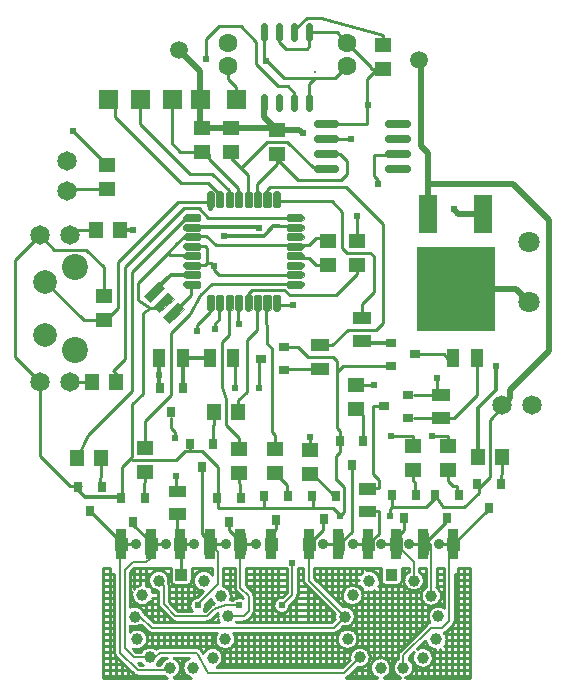
<source format=gbr>
%FSLAX34Y34*%
%MOMM*%
%LNCOPPER_TOP*%
G71*
G01*
%ADD10C, 0.25*%
%ADD11C, 0.16*%
%ADD12C, 0.26*%
%ADD13C, 1.00*%
%ADD14C, 0.00*%
%ADD15C, 0.50*%
%ADD16C, 0.70*%
%ADD17C, 0.60*%
%ADD18C, 0.45*%
%ADD19R, 1.55X1.00*%
%ADD20R, 1.00X1.55*%
%ADD21R, 1.45X1.16*%
%ADD22R, 1.63X3.25*%
%ADD23R, 6.60X7.11*%
%ADD24R, 1.16X1.45*%
%ADD25C, 1.52*%
%ADD26C, 1.80*%
%ADD27C, 2.00*%
%ADD28C, 2.20*%
%ADD29C, 1.65*%
%ADD30C, 1.80*%
%ADD31C, 1.60*%
%ADD32R, 0.90X2.50*%
%ADD33C, 0.61*%
%ADD34C, 0.30*%
%ADD35C, 1.64*%
%ADD36R, 0.80X0.90*%
%ADD37R, 0.90X0.80*%
%ADD38R, 0.50X0.50*%
%ADD39C, 0.90*%
%LPD*%
G54D10*
X-122806Y-554851D02*
X-125026Y-554851D01*
X-126826Y-553041D01*
X-124286Y-553041D01*
G54D10*
X-123496Y-554121D02*
X-125746Y-554121D01*
G54D10*
X-125006Y-553041D02*
X-125006Y-554851D01*
G54D10*
X-96246Y-549131D02*
X-83626Y-549131D01*
G54D10*
X-81816Y-565841D02*
X-96246Y-565841D01*
G54D10*
X-88266Y-554121D02*
X-90976Y-554121D01*
G54D10*
X-88576Y-559201D02*
X-90486Y-559201D01*
G54D10*
X-85246Y-564281D02*
X-93496Y-564281D01*
G54D10*
X-94526Y-549131D02*
X-94526Y-549951D01*
G54D10*
X-94526Y-565021D02*
X-94526Y-565841D01*
G54D10*
X-89446Y-549131D02*
X-89446Y-565841D01*
G54D10*
X-84366Y-549131D02*
X-84366Y-549511D01*
G54D10*
X-84366Y-564861D02*
X-84366Y-565841D01*
G54D10*
X-108526Y-551631D02*
X-106026Y-549131D01*
X-102076Y-549131D01*
G54D10*
X-107606Y-554851D02*
X-110716Y-554851D01*
G54D10*
X-107346Y-554121D02*
X-110026Y-554121D01*
G54D10*
X-109766Y-553801D02*
X-109766Y-554851D01*
G54D10*
X-104686Y-549131D02*
X-104686Y-550571D01*
G54D10*
X-62626Y-502831D02*
X-63026Y-502951D01*
G54D10*
X-65236Y-504191D02*
X-69896Y-508851D01*
X-70616Y-508851D01*
G54D10*
X-69176Y-503271D02*
X-64936Y-499031D01*
G54D10*
X-64046Y-501051D02*
X-64046Y-503321D01*
X-69166Y-503321D01*
G54D10*
X-69456Y-508401D02*
X-70286Y-508401D01*
G54D10*
X-69126Y-503221D02*
X-69126Y-503601D01*
G54D10*
X-69126Y-505361D02*
X-69126Y-508071D01*
G54D10*
X154394Y-472841D02*
X154394Y-565841D01*
X99894Y-565841D01*
G54D10*
X102694Y-549661D02*
X102694Y-548521D01*
X107074Y-544131D01*
G54D10*
X109784Y-541421D02*
X116604Y-534601D01*
G54D10*
X134194Y-526911D02*
X140314Y-520791D01*
G54D10*
X141674Y-517511D02*
X141674Y-477921D01*
G54D10*
X154394Y-472841D02*
X144849Y-472841D01*
G54D10*
X154394Y-477921D02*
X141674Y-477921D01*
G54D10*
X154394Y-483001D02*
X141674Y-483001D01*
G54D10*
X154394Y-488081D02*
X141674Y-488081D01*
G54D10*
X154394Y-493161D02*
X141674Y-493161D01*
G54D10*
X154394Y-498241D02*
X141674Y-498241D01*
G54D10*
X154394Y-503321D02*
X141674Y-503321D01*
G54D10*
X154394Y-508401D02*
X141674Y-508401D01*
G54D10*
X154394Y-513481D02*
X141674Y-513481D01*
G54D10*
X154394Y-518561D02*
X141554Y-518561D01*
G54D10*
X154394Y-523641D02*
X137464Y-523641D01*
G54D10*
X154394Y-528721D02*
X132984Y-528721D01*
G54D10*
X154394Y-533801D02*
X134164Y-533801D01*
G54D10*
X154394Y-538881D02*
X132104Y-538881D01*
G54D10*
X118574Y-538881D02*
X112324Y-538881D01*
G54D10*
X154394Y-543961D02*
X121894Y-543961D01*
G54D10*
X154394Y-549041D02*
X123384Y-549041D01*
G54D10*
X105694Y-549041D02*
X102694Y-549041D01*
G54D10*
X154394Y-554121D02*
X121664Y-554121D01*
G54D10*
X107414Y-554121D02*
X106344Y-554121D01*
G54D10*
X154394Y-559201D02*
X106654Y-559201D01*
G54D10*
X154394Y-564281D02*
X103314Y-564281D01*
G54D10*
X103594Y-547611D02*
X103594Y-550301D01*
G54D10*
X103594Y-564071D02*
X103594Y-565841D01*
G54D10*
X108674Y-555511D02*
X108674Y-565841D01*
G54D10*
X113754Y-537451D02*
X113754Y-540071D01*
G54D10*
X113754Y-557701D02*
X113754Y-565841D01*
G54D10*
X118834Y-539191D02*
X118834Y-541151D01*
G54D10*
X118834Y-556621D02*
X118834Y-565841D01*
G54D10*
X123914Y-541921D02*
X123914Y-565841D01*
G54D10*
X128994Y-541241D02*
X128994Y-565841D01*
G54D10*
X134074Y-527031D02*
X134074Y-531801D01*
G54D10*
X134074Y-534561D02*
X134074Y-565841D01*
G54D10*
X139154Y-521951D02*
X139154Y-565841D01*
G54D10*
X144198Y-472703D02*
X144234Y-565841D01*
G54D10*
X149314Y-474116D02*
X149314Y-565841D01*
G54D10*
X-102076Y-565841D02*
X-156316Y-565841D01*
X-156316Y-472841D01*
G54D10*
X-146606Y-477921D02*
X-146606Y-544481D01*
G54D10*
X-145246Y-547771D02*
X-130236Y-562781D01*
G54D10*
X-126956Y-564141D02*
X-104986Y-564141D01*
G54D10*
X-151368Y-472841D02*
X-156316Y-472841D01*
G54D10*
X-146606Y-477921D02*
X-156316Y-477921D01*
G54D10*
X-146606Y-483001D02*
X-156316Y-483001D01*
G54D10*
X-146606Y-488081D02*
X-156316Y-488081D01*
G54D10*
X-146606Y-493161D02*
X-156316Y-493161D01*
G54D10*
X-146606Y-498241D02*
X-156316Y-498241D01*
G54D10*
X-146606Y-503321D02*
X-156316Y-503321D01*
G54D10*
X-146606Y-508401D02*
X-156316Y-508401D01*
G54D10*
X-146606Y-513481D02*
X-156316Y-513481D01*
G54D10*
X-146606Y-518561D02*
X-156316Y-518561D01*
G54D10*
X-146606Y-523641D02*
X-156316Y-523641D01*
G54D10*
X-146606Y-528721D02*
X-156316Y-528721D01*
G54D10*
X-146606Y-533801D02*
X-156316Y-533801D01*
G54D10*
X-146606Y-538881D02*
X-156316Y-538881D01*
G54D10*
X-146606Y-543961D02*
X-156316Y-543961D01*
G54D10*
X-143976Y-549041D02*
X-156316Y-549041D01*
G54D10*
X-138896Y-554121D02*
X-156316Y-554121D01*
G54D10*
X-133816Y-559201D02*
X-156316Y-559201D01*
G54D10*
X-104826Y-564281D02*
X-156316Y-564281D01*
G54D10*
X-150271Y-472886D02*
X-150406Y-565841D01*
G54D10*
X-145326Y-547691D02*
X-145326Y-565841D01*
G54D10*
X-140246Y-552781D02*
X-140246Y-565841D01*
G54D10*
X-135166Y-557861D02*
X-135166Y-565841D01*
G54D10*
X-130086Y-562931D02*
X-130086Y-565841D01*
G54D10*
X-125006Y-564141D02*
X-125006Y-565841D01*
G54D10*
X-119926Y-564141D02*
X-119926Y-565841D01*
G54D10*
X-114846Y-564141D02*
X-114846Y-565841D01*
G54D10*
X-109766Y-564141D02*
X-109766Y-565841D01*
G54D10*
X-104686Y-564401D02*
X-104686Y-565841D01*
G54D10*
X-98806Y-473481D02*
X-98806Y-483481D01*
G54D10*
X-94966Y-487331D02*
X-84966Y-487331D01*
G54D10*
X-81116Y-483481D02*
X-81116Y-473481D01*
G54D10*
X-63606Y-472841D02*
X-63606Y-478561D01*
G54D10*
X-71376Y-492321D02*
X-76676Y-497631D01*
G54D10*
X-81306Y-508851D02*
X-93046Y-508851D01*
X-100306Y-501561D01*
X-100306Y-487481D01*
G54D10*
X-109606Y-492311D02*
X-109606Y-503491D01*
G54D10*
X-108246Y-506771D02*
X-98266Y-516781D01*
G54D10*
X-94976Y-518141D02*
X-67976Y-518141D01*
G54D10*
X-64686Y-516781D02*
X-59506Y-511601D01*
X-58996Y-511451D01*
G54D10*
X-57726Y-518841D02*
X-113036Y-518841D01*
X-121226Y-510651D01*
G54D10*
X-133306Y-505911D02*
X-133306Y-476401D01*
X-129746Y-472841D01*
G54D10*
X-63606Y-472841D02*
X-81166Y-472841D01*
G54D10*
X-98756Y-472841D02*
X-129746Y-472841D01*
G54D10*
X-63606Y-477921D02*
X-64076Y-477921D01*
G54D10*
X-77846Y-477921D02*
X-81116Y-477921D01*
G54D10*
X-98806Y-477921D02*
X-102076Y-477921D01*
G54D10*
X-115846Y-477921D02*
X-133306Y-477921D01*
G54D10*
X-79796Y-483001D02*
X-81116Y-483001D01*
G54D10*
X-98806Y-483001D02*
X-100126Y-483001D01*
G54D10*
X-117796Y-483001D02*
X-133306Y-483001D01*
G54D10*
X-78516Y-488081D02*
X-100306Y-488081D01*
G54D10*
X-116516Y-488081D02*
X-118976Y-488081D01*
G54D10*
X-126946Y-488081D02*
X-133306Y-488081D01*
G54D10*
X-72216Y-493161D02*
X-100306Y-493161D01*
G54D10*
X-109606Y-493161D02*
X-114576Y-493161D01*
G54D10*
X-131346Y-493161D02*
X-133306Y-493161D01*
G54D10*
X-78896Y-498241D02*
X-100306Y-498241D01*
G54D10*
X-109606Y-498241D02*
X-114406Y-498241D01*
G54D10*
X-131516Y-498241D02*
X-133306Y-498241D01*
G54D10*
X-82756Y-503321D02*
X-98556Y-503321D01*
G54D10*
X-109606Y-503321D02*
X-118016Y-503321D01*
G54D10*
X-127906Y-503321D02*
X-133306Y-503321D01*
G54D10*
X-81636Y-508401D02*
X-93486Y-508401D01*
G54D10*
X-106616Y-508401D02*
X-122516Y-508401D01*
G54D10*
X-59306Y-513481D02*
X-61386Y-513481D01*
G54D10*
X-101546Y-513481D02*
X-118386Y-513481D01*
G54D10*
X-57906Y-518561D02*
X-113306Y-518561D01*
G54D10*
X-130086Y-473181D02*
X-130086Y-490731D01*
G54D10*
X-130086Y-501241D02*
X-130086Y-505061D01*
G54D10*
X-125006Y-472864D02*
X-125006Y-487381D01*
G54D10*
X-125006Y-504591D02*
X-125006Y-506241D01*
G54D10*
X-119926Y-474134D02*
X-119926Y-487681D01*
G54D10*
X-119926Y-504301D02*
X-119926Y-511951D01*
G54D10*
X-114846Y-490091D02*
X-114846Y-492471D01*
G54D10*
X-114846Y-499501D02*
X-114846Y-517031D01*
G54D10*
X-109766Y-492301D02*
X-109766Y-518841D01*
G54D10*
X-104686Y-510341D02*
X-104686Y-518841D01*
G54D10*
X-99606Y-515441D02*
X-99606Y-518841D01*
G54D10*
X-94526Y-487331D02*
X-94526Y-507361D01*
G54D10*
X-94526Y-518141D02*
X-94526Y-518841D01*
G54D10*
X-89446Y-487331D02*
X-89446Y-508851D01*
G54D10*
X-89446Y-518141D02*
X-89446Y-518841D01*
G54D10*
X-84366Y-487291D02*
X-84366Y-508851D01*
G54D10*
X-84366Y-518141D02*
X-84366Y-518841D01*
G54D10*
X-79286Y-486501D02*
X-79286Y-498441D01*
G54D10*
X-79286Y-518141D02*
X-79286Y-518841D01*
G54D10*
X-74206Y-491721D02*
X-74206Y-495151D01*
G54D10*
X-74206Y-518141D02*
X-74206Y-518841D01*
G54D10*
X-69126Y-518141D02*
X-69126Y-518841D01*
G54D10*
X-64046Y-516141D02*
X-64046Y-518841D01*
G54D10*
X-58966Y-516241D02*
X-58966Y-518841D01*
G54D10*
X-44606Y-472841D02*
X-44606Y-489491D01*
G54D10*
X-43246Y-492781D02*
X-37616Y-498401D01*
X-37616Y-498451D01*
G54D10*
X-46046Y-499831D02*
X-48266Y-499831D01*
G54D10*
X-54316Y-486491D02*
X-54316Y-472841D01*
G54D10*
X-44606Y-472841D02*
X-54316Y-472841D01*
G54D10*
X-44606Y-477921D02*
X-54316Y-477921D01*
G54D10*
X-44606Y-483001D02*
X-54316Y-483001D01*
G54D10*
X-44606Y-488081D02*
X-53686Y-488081D01*
G54D10*
X-42856Y-493161D02*
X-48256Y-493161D01*
G54D10*
X-37776Y-498241D02*
X-38026Y-498241D01*
G54D10*
X-43896Y-498241D02*
X-47786Y-498241D01*
G54D10*
X-48806Y-473841D02*
X-48806Y-492061D01*
G54D10*
X-43726Y-492221D02*
X-43726Y-498161D01*
G54D10*
X-38646Y-497381D02*
X-38646Y-497991D01*
G54D10*
X13384Y-472841D02*
X13384Y-483381D01*
G54D10*
X14744Y-486661D02*
X39924Y-511851D01*
G54D10*
X39924Y-515921D02*
X37014Y-518841D01*
X-43196Y-518841D01*
G54D10*
X-42926Y-518421D02*
X-37236Y-518421D01*
G54D10*
X-33946Y-517051D02*
X-29676Y-512761D01*
G54D10*
X-28326Y-509481D02*
X-28326Y-496481D01*
G54D10*
X-29686Y-493191D02*
X-35306Y-487571D01*
X-35306Y-472841D01*
G54D10*
X-606Y-472841D02*
X-606Y-493561D01*
X-4646Y-497601D01*
G54D10*
X1924Y-504171D02*
X7324Y-498771D01*
G54D10*
X8684Y-495481D02*
X8684Y-472841D01*
G54D10*
X13384Y-472841D02*
X8684Y-472841D01*
G54D10*
X-606Y-472841D02*
X-35306Y-472841D01*
G54D10*
X13384Y-477921D02*
X8684Y-477921D01*
G54D10*
X-606Y-477921D02*
X-35306Y-477921D01*
G54D10*
X13384Y-483001D02*
X8684Y-483001D01*
G54D10*
X-606Y-483001D02*
X-35306Y-483001D01*
G54D10*
X16164Y-488081D02*
X8684Y-488081D01*
G54D10*
X-606Y-488081D02*
X-34786Y-488081D01*
G54D10*
X21244Y-493161D02*
X8684Y-493161D01*
G54D10*
X-606Y-493161D02*
X-29706Y-493161D01*
G54D10*
X26324Y-498241D02*
X7774Y-498241D01*
G54D10*
X-7896Y-498241D02*
X-28326Y-498241D01*
G54D10*
X31404Y-503321D02*
X2774Y-503321D01*
G54D10*
X-11756Y-503321D02*
X-28326Y-503321D01*
G54D10*
X36484Y-508401D02*
X714Y-508401D01*
G54D10*
X-10636Y-508401D02*
X-28326Y-508401D01*
G54D10*
X39704Y-513481D02*
X-30396Y-513481D01*
G54D10*
X37284Y-518561D02*
X-43016Y-518561D01*
G54D10*
X-38646Y-518421D02*
X-38646Y-518841D01*
G54D10*
X-33566Y-516671D02*
X-33566Y-518841D01*
G54D10*
X-28486Y-473841D02*
X-28486Y-495271D01*
G54D10*
X-28486Y-510681D02*
X-28486Y-518841D01*
G54D10*
X-23406Y-473841D02*
X-23406Y-518841D01*
G54D10*
X-18326Y-473841D02*
X-18326Y-518841D01*
G54D10*
X-13246Y-473841D02*
X-13246Y-518841D01*
G54D10*
X-8166Y-473841D02*
X-8166Y-498381D01*
G54D10*
X-8166Y-510591D02*
X-8166Y-518841D01*
G54D10*
X-3086Y-511121D02*
X-3086Y-518841D01*
G54D10*
X1994Y-504101D02*
X1994Y-518841D01*
G54D10*
X7074Y-499021D02*
X7074Y-518841D01*
G54D10*
X17234Y-489161D02*
X17234Y-518841D01*
G54D10*
X22314Y-494241D02*
X22314Y-518841D01*
G54D10*
X27394Y-499321D02*
X27394Y-518841D01*
G54D10*
X32474Y-504401D02*
X32474Y-518841D01*
G54D10*
X37554Y-509481D02*
X37554Y-518291D01*
G54D10*
X102394Y-472841D02*
X102394Y-475951D01*
G54D10*
X111684Y-475951D02*
X111684Y-472841D01*
G54D10*
X116894Y-472841D02*
X116894Y-488961D01*
G54D10*
X126184Y-488961D02*
X126184Y-472841D01*
G54D10*
X132384Y-472841D02*
X132384Y-506381D01*
G54D10*
X117714Y-520341D02*
X94754Y-543301D01*
G54D10*
X93394Y-546591D02*
X93394Y-549651D01*
G54D10*
X95308Y-565853D02*
X81754Y-565841D01*
G54D10*
X75924Y-565841D02*
X49754Y-565841D01*
G54D10*
X51434Y-564761D02*
X59204Y-557001D01*
G54D10*
X52624Y-550421D02*
X46224Y-556831D01*
X-59566Y-556831D01*
G54D10*
X-71346Y-544861D02*
X-72956Y-542131D01*
G54D10*
X-76956Y-539841D02*
X-107956Y-539831D01*
G54D10*
X-111236Y-541191D02*
X-111396Y-541351D01*
G54D10*
X-124296Y-543751D02*
X-128126Y-543751D01*
X-130586Y-541281D01*
G54D10*
X-133306Y-526621D02*
X-133306Y-521861D01*
G54D10*
X-124096Y-520921D02*
X-118246Y-526771D01*
G54D10*
X-114966Y-528131D02*
X-59926Y-528131D01*
G54D10*
X-45396Y-528131D02*
X38934Y-528131D01*
G54D10*
X42224Y-526771D02*
X46504Y-522501D01*
G54D10*
X46504Y-505271D02*
X22684Y-481451D01*
X22684Y-472841D01*
G54D10*
X79194Y-473481D02*
X79194Y-483481D01*
G54D10*
X83034Y-487331D02*
X93034Y-487331D01*
G54D10*
X96884Y-483481D02*
X96884Y-473481D01*
G54D10*
X132384Y-472841D02*
X126184Y-472841D01*
G54D10*
X116894Y-472841D02*
X111684Y-472841D01*
G54D10*
X102394Y-472841D02*
X96834Y-472841D01*
G54D10*
X79244Y-472841D02*
X22684Y-472841D01*
G54D10*
X132384Y-477921D02*
X126184Y-477921D01*
G54D10*
X116894Y-477921D02*
X113924Y-477921D01*
G54D10*
X100154Y-477921D02*
X96884Y-477921D01*
G54D10*
X79194Y-477921D02*
X75924Y-477921D01*
G54D10*
X62154Y-477921D02*
X22684Y-477921D01*
G54D10*
X132384Y-483001D02*
X126184Y-483001D01*
G54D10*
X116894Y-483001D02*
X115874Y-483001D01*
G54D10*
X98204Y-483001D02*
X96884Y-483001D01*
G54D10*
X79194Y-483001D02*
X77874Y-483001D01*
G54D10*
X60204Y-483001D02*
X24234Y-483001D01*
G54D10*
X132384Y-488081D02*
X126184Y-488081D01*
G54D10*
X116894Y-488081D02*
X114594Y-488081D01*
G54D10*
X99484Y-488081D02*
X76594Y-488081D01*
G54D10*
X61484Y-488081D02*
X59024Y-488081D01*
G54D10*
X51054Y-488081D02*
X29314Y-488081D01*
G54D10*
X132384Y-493161D02*
X129744Y-493161D01*
G54D10*
X113334Y-493161D02*
X63424Y-493161D01*
G54D10*
X46654Y-493161D02*
X34394Y-493161D01*
G54D10*
X132384Y-498241D02*
X130214Y-498241D01*
G54D10*
X112864Y-498241D02*
X63594Y-498241D01*
G54D10*
X46484Y-498241D02*
X39474Y-498241D01*
G54D10*
X132384Y-503321D02*
X127154Y-503321D01*
G54D10*
X115924Y-503321D02*
X59984Y-503321D01*
G54D10*
X50094Y-503321D02*
X44554Y-503321D01*
G54D10*
X120514Y-508401D02*
X55484Y-508401D01*
G54D10*
X118694Y-513481D02*
X57374Y-513481D01*
G54D10*
X120094Y-518561D02*
X56044Y-518561D01*
G54D10*
X114414Y-523641D02*
X45354Y-523641D01*
G54D10*
X-121376Y-523641D02*
X-133306Y-523641D01*
G54D10*
X109334Y-528721D02*
X58434Y-528721D01*
G54D10*
X43044Y-528721D02*
X-45016Y-528721D01*
G54D10*
X-60306Y-528721D02*
X-119566Y-528721D01*
G54D10*
X104254Y-533801D02*
X59554Y-533801D01*
G54D10*
X41924Y-533801D02*
X-43836Y-533801D01*
G54D10*
X-61486Y-533801D02*
X-118446Y-533801D01*
G54D10*
X99174Y-538881D02*
X57424Y-538881D01*
G54D10*
X44054Y-538881D02*
X-45896Y-538881D01*
G54D10*
X-59426Y-538881D02*
X-120576Y-538881D01*
G54D10*
X94204Y-543961D02*
X68904Y-543961D01*
G54D10*
X53574Y-543961D02*
X-56106Y-543961D01*
G54D10*
X-70816Y-543961D02*
X-71876Y-543961D01*
G54D10*
X93394Y-549041D02*
X81494Y-549041D01*
G54D10*
X76184Y-549041D02*
X70064Y-549041D01*
G54D10*
X52414Y-549041D02*
X-54616Y-549041D01*
G54D10*
X89734Y-554121D02*
X87024Y-554121D01*
G54D10*
X70654Y-554121D02*
X67974Y-554121D01*
G54D10*
X48924Y-554121D02*
X-56336Y-554121D01*
G54D10*
X89424Y-559201D02*
X87514Y-559201D01*
G54D10*
X70164Y-559201D02*
X56994Y-559201D01*
G54D10*
X92754Y-564281D02*
X84494Y-564281D01*
G54D10*
X73174Y-564281D02*
X51914Y-564281D01*
G54D10*
X-130086Y-522711D02*
X-130086Y-524701D01*
G54D10*
X-130086Y-541471D02*
X-130086Y-541791D01*
G54D10*
X-125006Y-521531D02*
X-125006Y-524531D01*
G54D10*
X-125006Y-541641D02*
X-125006Y-543751D01*
G54D10*
X-119926Y-525101D02*
X-119926Y-528141D01*
G54D10*
X-119926Y-538031D02*
X-119926Y-540121D01*
G54D10*
X-114846Y-528131D02*
X-114846Y-539751D01*
G54D10*
X-109766Y-528131D02*
X-109766Y-540201D01*
G54D10*
X-104686Y-528131D02*
X-104686Y-539831D01*
G54D10*
X-99606Y-528131D02*
X-99606Y-539831D01*
G54D10*
X-94526Y-528131D02*
X-94526Y-539831D01*
G54D10*
X-89446Y-528131D02*
X-89446Y-539841D01*
G54D10*
X-84366Y-528131D02*
X-84366Y-539841D01*
G54D10*
X-79286Y-528131D02*
X-79286Y-539841D01*
G54D10*
X-74206Y-528131D02*
X-74206Y-540741D01*
G54D10*
X-69126Y-528131D02*
X-69126Y-542081D01*
G54D10*
X-64046Y-528131D02*
X-64046Y-540051D01*
G54D10*
X-58966Y-539401D02*
X-58966Y-541271D01*
G54D10*
X-58966Y-556501D02*
X-58966Y-556831D01*
G54D10*
X-53886Y-541951D02*
X-53886Y-556831D01*
G54D10*
X-48806Y-541151D02*
X-48806Y-556831D01*
G54D10*
X-43726Y-528131D02*
X-43726Y-556831D01*
G54D10*
X-38646Y-528131D02*
X-38646Y-556831D01*
G54D10*
X-33566Y-528131D02*
X-33566Y-556831D01*
G54D10*
X-28486Y-528131D02*
X-28486Y-556831D01*
G54D10*
X-23406Y-528131D02*
X-23406Y-556831D01*
G54D10*
X-18326Y-528131D02*
X-18326Y-556831D01*
G54D10*
X-13246Y-528131D02*
X-13246Y-556831D01*
G54D10*
X-8166Y-528131D02*
X-8166Y-556831D01*
G54D10*
X-3086Y-528131D02*
X-3086Y-556831D01*
G54D10*
X1994Y-528131D02*
X1994Y-556831D01*
G54D10*
X7074Y-528131D02*
X7074Y-556831D01*
G54D10*
X12154Y-528131D02*
X12154Y-556831D01*
G54D10*
X17234Y-528131D02*
X17234Y-556831D01*
G54D10*
X22314Y-528131D02*
X22314Y-556831D01*
G54D10*
X27394Y-473841D02*
X27394Y-486171D01*
G54D10*
X27394Y-528131D02*
X27394Y-556831D01*
G54D10*
X32474Y-473841D02*
X32474Y-491251D01*
G54D10*
X32474Y-528131D02*
X32474Y-556831D01*
G54D10*
X37554Y-473841D02*
X37554Y-496331D01*
G54D10*
X37554Y-528131D02*
X37554Y-556831D01*
G54D10*
X42634Y-473841D02*
X42634Y-501411D01*
G54D10*
X42634Y-526361D02*
X42634Y-529521D01*
G54D10*
X42634Y-536641D02*
X42634Y-556831D01*
G54D10*
X47714Y-473841D02*
X47714Y-491021D01*
G54D10*
X47714Y-500961D02*
X47714Y-505071D01*
G54D10*
X47714Y-522691D02*
X47714Y-524771D01*
G54D10*
X47714Y-541401D02*
X47714Y-555331D01*
G54D10*
X52794Y-473821D02*
X52794Y-487431D01*
G54D10*
X52794Y-504551D02*
X52794Y-506131D01*
G54D10*
X52794Y-521641D02*
X52794Y-524481D01*
G54D10*
X52794Y-541691D02*
X52794Y-545731D01*
G54D10*
X52794Y-563401D02*
X52794Y-565841D01*
G54D10*
X57874Y-473148D02*
X57874Y-487611D01*
G54D10*
X57874Y-504371D02*
X57874Y-527861D01*
G54D10*
X57874Y-538311D02*
X57874Y-540201D01*
G54D10*
X57874Y-558321D02*
X57874Y-565841D01*
G54D10*
X62954Y-472788D02*
X62954Y-477061D01*
G54D10*
X62954Y-489911D02*
X62954Y-492041D01*
G54D10*
X62954Y-499931D02*
X62954Y-539711D01*
G54D10*
X62954Y-557071D02*
X62954Y-565841D01*
G54D10*
X68034Y-492271D02*
X68034Y-542721D01*
G54D10*
X68034Y-554051D02*
X68034Y-565841D01*
G54D10*
X73114Y-491341D02*
X73114Y-550731D01*
G54D10*
X73114Y-564231D02*
X73114Y-565841D01*
G54D10*
X78234Y-473095D02*
X78194Y-548661D01*
G54D10*
X83274Y-487331D02*
X83274Y-549831D01*
G54D10*
X83274Y-565141D02*
X83274Y-565841D01*
G54D10*
X88354Y-487331D02*
X88354Y-565841D01*
G54D10*
X93434Y-487311D02*
X93434Y-545941D01*
G54D10*
X93434Y-564741D02*
X93434Y-565841D01*
G54D10*
X98514Y-473468D02*
X98514Y-481091D01*
G54D10*
X98514Y-485871D02*
X98514Y-539541D01*
G54D10*
X103594Y-491641D02*
X103594Y-534461D01*
G54D10*
X108674Y-492181D02*
X108674Y-529381D01*
G54D10*
X113754Y-489241D02*
X113754Y-492271D01*
G54D10*
X113754Y-500701D02*
X113754Y-524301D01*
G54D10*
X118834Y-504911D02*
X118834Y-512171D01*
G54D10*
X118834Y-515401D02*
X118834Y-519511D01*
G54D10*
X123914Y-505011D02*
X123914Y-505711D01*
G54D10*
X128994Y-501241D02*
X128994Y-505061D01*
G54D11*
X-140966Y-452491D02*
X-141966Y-453491D01*
X-141966Y-544481D01*
X-126956Y-559491D01*
X-101956Y-559491D01*
X-99956Y-557491D01*
X-99166Y-557491D01*
G54D11*
X140024Y-452481D02*
X137034Y-452481D01*
X137034Y-517511D01*
X130904Y-523631D01*
X121004Y-523631D01*
X98044Y-546591D01*
X98044Y-557181D01*
G54D11*
X-108966Y-483501D02*
X-104956Y-487481D01*
X-104956Y-503491D01*
X-94976Y-513491D01*
X-67976Y-513491D01*
X-61956Y-507471D01*
X-61966Y-507481D01*
X-51976Y-504481D01*
X-40976Y-504481D01*
G54D11*
X-4966Y-504481D02*
X4034Y-495481D01*
X4034Y-468666D01*
G54D11*
X-39956Y-452481D02*
X-39956Y-489491D01*
X-32976Y-496481D01*
X-32976Y-509481D01*
X-37236Y-513771D01*
X-50476Y-513771D01*
G54D11*
X-65966Y-452491D02*
X-58966Y-459491D01*
X-58966Y-486491D01*
X-75966Y-503481D01*
X-75966Y-504481D01*
G54D11*
X18034Y-452481D02*
X18034Y-483381D01*
X48544Y-513881D01*
X38934Y-523481D01*
X-114966Y-523481D01*
X-124566Y-513881D01*
X-129466Y-513881D01*
G54D11*
X115034Y-452481D02*
X121534Y-452481D01*
X121534Y-496491D01*
G54D11*
X92044Y-452481D02*
X107034Y-467471D01*
X107034Y-483481D01*
G54D12*
X-90956Y-452481D02*
X-89966Y-453471D01*
X-89966Y-478491D01*
G54D10*
G75*
G01X-124268Y-553079D02*
G03X-122799Y-554861I7502J4688D01*
G01*
G54D10*
G75*
G01X-96285Y-565859D02*
G03X-96285Y-549123I-2881J8368D01*
G01*
G54D10*
G75*
G01X-83705Y-549173D02*
G03X-81805Y-565845I3739J-8018D01*
G01*
G54D10*
G75*
G01X-102046Y-549127D02*
G03X-107625Y-554905I2880J-8364D01*
G01*
G54D10*
G75*
G01X-110729Y-554864D02*
G03X-108559Y-551707I-6037J6473D01*
G01*
G54D10*
G75*
G01X-64925Y-499077D02*
G03X-62611Y-502854I8459J2586D01*
G01*
G54D10*
G75*
G01X-63001Y-502953D02*
G03X-65242Y-504195I1045J-4528D01*
G01*
G54D10*
G75*
G01X-70608Y-508830D02*
G03X-69072Y-504491I-5358J4339D01*
G01*
G54D10*
G75*
G01X-69066Y-504491D02*
G03X-69171Y-503293I-6900J0D01*
G01*
G54D10*
G75*
G01X99873Y-565844D02*
G03X102722Y-549689I-1839J8653D01*
G01*
G54D10*
G75*
G01X107113Y-544072D02*
G03X109714Y-541470I7421J-4819D01*
G01*
G54D10*
G75*
G01X116598Y-534575D02*
G03X125334Y-542036I8736J1384D01*
G01*
G54D10*
G75*
G01X132496Y-528004D02*
G03X134195Y-526922I-1592J4373D01*
G01*
G54D10*
G75*
G01X140314Y-520801D02*
G03X141677Y-517511I-3290J3290D01*
G01*
G54D10*
G75*
G01X-146616Y-544491D02*
G03X-145254Y-547779I4650J0D01*
G01*
G54D10*
G75*
G01X-130241Y-562786D02*
G03X-126956Y-564147I3285J3285D01*
G01*
G54D10*
G75*
G01X-104973Y-564171D02*
G03X-102048Y-565860I5807J6680D01*
G01*
G54D10*
G75*
G01X-98816Y-483491D02*
G03X-94966Y-487341I3850J0D01*
G01*
G54D10*
G75*
G01X-84966Y-487341D02*
G03X-81116Y-483491I0J3850D01*
G01*
G54D10*
G75*
G01X-63633Y-478545D02*
G03X-70966Y-474646I-7333J-4946D01*
G01*
G54D10*
G75*
G01X-68085Y-475123D02*
G03X-71429Y-492329I-2881J-8368D01*
G01*
G54D10*
G75*
G01X-76687Y-497632D02*
G03X-81326Y-508832I721J-6859D01*
G01*
G54D10*
G75*
G01X-100316Y-487491D02*
G03X-100519Y-486134I-4640J0D01*
G01*
G54D10*
G75*
G01X-100502Y-486078D02*
G03X-109583Y-492320I-8464J2587D01*
G01*
G54D10*
G75*
G01X-109606Y-503491D02*
G03X-108244Y-506779I4650J0D01*
G01*
G54D10*
G75*
G01X-98261Y-516786D02*
G03X-94976Y-518147I3285J3285D01*
G01*
G54D10*
G75*
G01X-67976Y-518151D02*
G03X-64688Y-516789I0J4650D01*
G01*
G54D10*
G75*
G01X-59009Y-511502D02*
G03X-59311Y-513791I8543J-2289D01*
G01*
G54D10*
G75*
G01X-121208Y-510721D02*
G03X-129466Y-505046I-8258J-3170D01*
G01*
G54D10*
G75*
G01X-120917Y-511600D02*
G03X-133345Y-505937I-8549J-2291D01*
G01*
G54D10*
G75*
G01X-131816Y-495991D02*
G03X-115461Y-500681I8850J0D01*
G01*
G54D10*
G75*
G01X-44606Y-489501D02*
G03X-43247Y-492782I4640J0D01*
G01*
G54D10*
G75*
G01X-37624Y-498462D02*
G03X-40966Y-497598I-3342J-6029D01*
G01*
G54D10*
G75*
G01X-40966Y-497591D02*
G03X-46093Y-499874I0J-6900D01*
G01*
G54D10*
G75*
G01X-48265Y-499804D02*
G03X-47621Y-496491I-8201J3313D01*
G01*
G54D10*
G75*
G01X-47616Y-496491D02*
G03X-54475Y-487868I-8850J0D01*
G01*
G54D10*
G75*
G01X-54522Y-487850D02*
G03X-54319Y-486491I-4444J1359D01*
G01*
G54D10*
G75*
G01X13374Y-483381D02*
G03X14736Y-486669I4650J0D01*
G01*
G54D10*
G75*
G01X39913Y-511901D02*
G03X39913Y-515881I8621J-1990D01*
G01*
G54D10*
G75*
G01X-43221Y-518864D02*
G03X-42966Y-518478I-7245J5073D01*
G01*
G54D10*
G75*
G01X-37246Y-518431D02*
G03X-33958Y-517069I0J4650D01*
G01*
G54D10*
G75*
G01X-29691Y-512776D02*
G03X-28330Y-509491I-3285J3285D01*
G01*
G54D10*
G75*
G01X-28326Y-496481D02*
G03X-29688Y-493193I-4650J0D01*
G01*
G54D10*
G75*
G01X-4605Y-497604D02*
G03X1922Y-504130I-361J-6887D01*
G01*
G54D10*
G75*
G01X7324Y-498781D02*
G03X8687Y-495491I-3290J3290D01*
G01*
G54D10*
G75*
G01X102344Y-475986D02*
G03X111724Y-475986I4690J-7505D01*
G01*
G54D10*
G75*
G01X116844Y-488986D02*
G03X126224Y-488986I4690J-7505D01*
G01*
G54D10*
G75*
G01X132350Y-506376D02*
G03X127534Y-504949I-4816J-7415D01*
G01*
G54D10*
G75*
G01X131959Y-506127D02*
G03X120374Y-518993I-4425J-7664D01*
G01*
G54D10*
G75*
G01X120428Y-519017D02*
G03X117707Y-520344I566J-4614D01*
G01*
G54D10*
G75*
G01X94754Y-543311D02*
G03X93395Y-546591I3280J-3280D01*
G01*
G54D10*
G75*
G01X93344Y-549686D02*
G03X95744Y-565740I4690J-7505D01*
G01*
G54D10*
G75*
G01X81714Y-565855D02*
G03X75954Y-565855I-2880J8364D01*
G01*
G54D10*
G75*
G01X49734Y-565849D02*
G03X51431Y-564768I-1590J4368D01*
G01*
G54D10*
G75*
G01X59244Y-557012D02*
G03X52613Y-550381I1990J8621D01*
G01*
G54D10*
G75*
G01X-59588Y-556842D02*
G03X-71348Y-544875I-3878J7951D01*
G01*
G54D10*
G75*
G01X-72936Y-542164D02*
G03X-76966Y-539838I-4030J-2327D01*
G01*
G54D10*
G75*
G01X-107956Y-539841D02*
G03X-111244Y-541203I0J-4650D01*
G01*
G54D10*
G75*
G01X-111442Y-541326D02*
G03X-124268Y-543703I-5324J-7065D01*
G01*
G54D10*
G75*
G01X-130581Y-541296D02*
G03X-133301Y-526618I3315J8205D01*
G01*
G54D10*
G75*
G01X-133344Y-521843D02*
G03X-124141Y-520956I3878J7952D01*
G01*
G54D10*
G75*
G01X-118256Y-526781D02*
G03X-114966Y-528144I3290J3290D01*
G01*
G54D10*
G75*
G01X-59917Y-528114D02*
G03X-45415Y-528114I7251J-5077D01*
G01*
G54D10*
G75*
G01X38934Y-528141D02*
G03X42222Y-526779I0J4650D01*
G01*
G54D10*
G75*
G01X46544Y-522512D02*
G03X46544Y-505270I1990J8621D01*
G01*
G54D10*
G75*
G01X79184Y-483491D02*
G03X83034Y-487341I3850J0D01*
G01*
G54D10*
G75*
G01X93034Y-487341D02*
G03X96884Y-483491I0J3850D01*
G01*
G54D10*
G75*
G01X59584Y-533091D02*
G03X59584Y-533091I-8850J0D01*
G01*
G54D10*
G75*
G01X63884Y-495991D02*
G03X63884Y-495991I-8850J0D01*
G01*
G54D10*
G75*
G01X77884Y-483491D02*
G03X67043Y-474868I-8850J0D01*
G01*
X55034Y-495991D02*
G54D13*
D03*
G36*
X48034Y-457491D02*
X38034Y-457491D01*
X38034Y-447491D01*
X48034Y-447491D01*
X48034Y-457491D01*
G37*
G54D14*
X48034Y-457491D02*
X38034Y-457491D01*
X38034Y-447491D01*
X48034Y-447491D01*
X48034Y-457491D01*
G36*
X97044Y-457491D02*
X87044Y-457491D01*
X87044Y-447491D01*
X97044Y-447491D01*
X97044Y-457491D01*
G37*
G54D14*
X97044Y-457491D02*
X87044Y-457491D01*
X87044Y-447491D01*
X97044Y-447491D01*
X97044Y-457491D01*
G36*
X-110966Y-457491D02*
X-120966Y-457491D01*
X-120966Y-447491D01*
X-110966Y-447491D01*
X-110966Y-457491D01*
G37*
G54D14*
X-110966Y-457491D02*
X-120966Y-457491D01*
X-120966Y-447491D01*
X-110966Y-447491D01*
X-110966Y-457491D01*
G36*
X-34966Y-457491D02*
X-44966Y-457491D01*
X-44966Y-447491D01*
X-34966Y-447491D01*
X-34966Y-457491D01*
G37*
G54D14*
X-34966Y-457491D02*
X-44966Y-457491D01*
X-44966Y-447491D01*
X-34966Y-447491D01*
X-34966Y-457491D01*
G36*
X-60966Y-457491D02*
X-70966Y-457491D01*
X-70966Y-447491D01*
X-60966Y-447491D01*
X-60966Y-457491D01*
G37*
G54D14*
X-60966Y-457491D02*
X-70966Y-457491D01*
X-70966Y-447491D01*
X-60966Y-447491D01*
X-60966Y-457491D01*
G36*
X145034Y-457491D02*
X135034Y-457491D01*
X135034Y-447491D01*
X145034Y-447491D01*
X145034Y-457491D01*
G37*
G54D14*
X145034Y-457491D02*
X135034Y-457491D01*
X135034Y-447491D01*
X145034Y-447491D01*
X145034Y-457491D01*
G36*
X-135966Y-457491D02*
X-145966Y-457491D01*
X-145966Y-447491D01*
X-135966Y-447491D01*
X-135966Y-457491D01*
G37*
G54D14*
X-135966Y-457491D02*
X-145966Y-457491D01*
X-145966Y-447491D01*
X-135966Y-447491D01*
X-135966Y-457491D01*
G36*
X120034Y-457491D02*
X110034Y-457491D01*
X110034Y-447491D01*
X120034Y-447491D01*
X120034Y-457491D01*
G37*
G54D14*
X120034Y-457491D02*
X110034Y-457491D01*
X110034Y-447491D01*
X120034Y-447491D01*
X120034Y-457491D01*
G36*
X23034Y-457491D02*
X13034Y-457491D01*
X13034Y-447491D01*
X23034Y-447491D01*
X23034Y-457491D01*
G37*
G54D14*
X23034Y-457491D02*
X13034Y-457491D01*
X13034Y-447491D01*
X23034Y-447491D01*
X23034Y-457491D01*
G36*
X-8966Y-457491D02*
X-18966Y-457491D01*
X-18966Y-447491D01*
X-8966Y-447491D01*
X-8966Y-457491D01*
G37*
G54D14*
X-8966Y-457491D02*
X-18966Y-457491D01*
X-18966Y-447491D01*
X-8966Y-447491D01*
X-8966Y-457491D01*
G36*
X-85956Y-457481D02*
X-95956Y-457481D01*
X-95956Y-447481D01*
X-85956Y-447481D01*
X-85956Y-457481D01*
G37*
G54D14*
X-85956Y-457481D02*
X-95956Y-457481D01*
X-95956Y-447481D01*
X-85956Y-447481D01*
X-85956Y-457481D01*
G36*
X73044Y-457481D02*
X63044Y-457481D01*
X63044Y-447481D01*
X73044Y-447481D01*
X73044Y-457481D01*
G37*
G54D14*
X73044Y-457481D02*
X63044Y-457481D01*
X63044Y-447481D01*
X73044Y-447481D01*
X73044Y-457481D01*
G36*
X-84962Y-483478D02*
X-94962Y-483478D01*
X-94962Y-473478D01*
X-84962Y-473478D01*
X-84962Y-483478D01*
G37*
G36*
X93038Y-483478D02*
X83038Y-483478D01*
X83038Y-473478D01*
X93038Y-473478D01*
X93038Y-483478D01*
G37*
G54D12*
X-33890Y-249816D02*
X-33890Y-241076D01*
X-29830Y-237016D01*
X-11005Y-237016D01*
G54D12*
X-41870Y-249816D02*
X-41870Y-265996D01*
X-40830Y-265996D01*
G54D12*
X-61830Y-270006D02*
X-61830Y-266016D01*
X-57870Y-262056D01*
X-57870Y-249816D01*
G54D12*
X-65870Y-249816D02*
X-65870Y-256036D01*
X-76820Y-266986D01*
X-76820Y-272016D01*
G54D12*
X5860Y-232006D02*
X-63840Y-232006D01*
X-73830Y-241996D01*
X-82830Y-257996D01*
X-98820Y-273996D01*
X-98820Y-326446D01*
X-120840Y-348466D01*
X-120840Y-370846D01*
G54D12*
X-79770Y-176186D02*
X-85822Y-176239D01*
X-131840Y-222256D01*
X-131840Y-322996D01*
X-169280Y-360456D01*
X-177990Y-379996D01*
G54D12*
X-97830Y-75996D02*
X-97830Y-113006D01*
X-90670Y-120156D01*
X-72830Y-120156D01*
X-68650Y-120156D01*
X-66660Y-122156D01*
X-66660Y-126166D01*
X-41770Y-151056D01*
X-41770Y-162186D01*
G54D12*
X-181830Y-102996D02*
X-152980Y-131846D01*
X-152830Y-131846D01*
G54D12*
X-17890Y-249816D02*
X-17820Y-281996D01*
X-12840Y-286996D01*
X-12840Y-357996D01*
X-10830Y-359996D01*
X-10830Y-363126D01*
X-10830Y-371836D01*
G54D12*
X4170Y-249996D02*
X3990Y-249816D01*
X-9880Y-249816D01*
G54D12*
X58180Y-317836D02*
X73170Y-317986D01*
G54D12*
X58170Y-338156D02*
X63570Y-343556D01*
X63570Y-364586D01*
G54D12*
X93400Y-122346D02*
X92750Y-122996D01*
X73170Y-122996D01*
X73170Y-140996D01*
X76190Y-144016D01*
X76190Y-147146D01*
G54D12*
X50180Y-47996D02*
X40180Y-57996D01*
X23230Y-57996D01*
X23230Y-57996D01*
X18220Y-62996D01*
X18220Y-78716D01*
G54D15*
X-91830Y-33986D02*
X-73820Y-51996D01*
X-73820Y-76006D01*
G54D12*
X-91830Y-33986D02*
X-73820Y-51996D01*
X-73820Y-76006D01*
G54D15*
X-8820Y-101836D02*
X-10820Y-99836D01*
X-47830Y-99836D01*
X-72830Y-99836D01*
X-73830Y-98836D01*
X-73830Y-75996D01*
G54D15*
X-72830Y-99836D02*
X-72830Y-99836D01*
G54D12*
X-205320Y-230496D02*
X-172660Y-263156D01*
X-155830Y-263156D01*
X-153970Y-263156D01*
X-143830Y-253016D01*
X-143830Y-214006D01*
X-92820Y-162996D01*
X-66580Y-162996D01*
X-65770Y-162186D01*
G54D12*
X-49870Y-249816D02*
X-49870Y-275796D01*
X-55810Y-281746D01*
X-55810Y-319436D01*
X-51830Y-329996D01*
X-51830Y-352126D01*
X-40830Y-363126D01*
X-40830Y-371836D01*
G54D12*
X-10830Y-392156D02*
X-430Y-402556D01*
X-430Y-411586D01*
G54D12*
X20780Y-411586D02*
X21350Y-412156D01*
X21350Y-421996D01*
G54D12*
X-19220Y-411586D02*
X-19550Y-411906D01*
X-19550Y-421996D01*
G54D12*
X-340Y-285506D02*
X8850Y-285506D01*
X17360Y-294006D01*
X38170Y-294006D01*
X41570Y-297386D01*
X41570Y-306506D01*
X41570Y-353956D01*
X44770Y-357156D01*
X44770Y-364596D01*
X44770Y-374406D01*
X41170Y-377996D01*
X41170Y-397996D01*
X42170Y-397996D01*
X48170Y-403996D01*
X48170Y-424996D01*
X44170Y-428996D01*
X44170Y-427996D01*
X38170Y-421996D01*
X-58830Y-421996D01*
X-59220Y-421606D01*
X-59220Y-412586D01*
G54D12*
X-167830Y-424416D02*
X-167410Y-424416D01*
X-139830Y-451996D01*
G54D12*
X-130820Y-433416D02*
X-130820Y-436006D01*
X-114830Y-451996D01*
G54D12*
X-93820Y-426526D02*
X-93820Y-448006D01*
X-89830Y-451996D01*
G54D12*
X-94830Y-394996D02*
X-94830Y-406476D01*
X-93820Y-407476D01*
G54D12*
X-49830Y-433416D02*
X-49830Y-440996D01*
X-38830Y-451996D01*
G54D12*
X30180Y-432416D02*
X30180Y-440996D01*
X19170Y-451996D01*
G54D12*
X39570Y-411586D02*
X21150Y-393156D01*
X19170Y-393156D01*
G54D12*
X54170Y-385426D02*
X54170Y-441986D01*
X44160Y-451996D01*
G54D12*
X189140Y-329136D02*
X171190Y-347086D01*
X171190Y-395866D01*
X161760Y-405286D01*
X161760Y-408996D01*
X149750Y-421006D01*
X131710Y-421006D01*
X124780Y-410586D01*
X124780Y-410596D01*
X124780Y-413386D01*
X117190Y-421006D01*
X88760Y-420986D01*
G54D12*
X88760Y-420986D02*
X88760Y-410596D01*
G54D12*
X134170Y-431416D02*
X134170Y-434006D01*
X116170Y-451996D01*
G54D12*
X171170Y-422416D02*
X170760Y-422416D01*
X141170Y-451996D01*
G54D12*
X98160Y-431426D02*
X98160Y-438846D01*
X98160Y-441026D01*
X93180Y-446006D01*
X93180Y-451996D01*
G54D12*
X160160Y-294996D02*
X160160Y-326696D01*
X140860Y-346006D01*
X130170Y-346006D01*
X119500Y-346006D01*
X118990Y-345496D01*
X106670Y-345496D01*
G54D15*
X142170Y-236746D02*
X193130Y-236746D01*
X204230Y-247846D01*
G54D15*
X140680Y-169246D02*
X144690Y-173246D01*
X165540Y-173246D01*
G54D15*
X118810Y-173246D02*
X118810Y-121446D01*
X112820Y-115456D01*
X112820Y-44646D01*
X111170Y-42996D01*
G54D12*
X34180Y-193455D02*
X23990Y-193455D01*
X17900Y-199555D01*
X-60840Y-199555D01*
X-68950Y-191455D01*
X-87130Y-191455D01*
X-93630Y-197955D01*
G54D12*
X106160Y-369826D02*
X106160Y-361116D01*
X87160Y-360986D01*
G54D12*
X136180Y-369826D02*
X136180Y-361116D01*
X122160Y-360986D01*
G54D12*
X107670Y-291996D02*
X132170Y-291996D01*
X135170Y-294996D01*
X140170Y-294996D01*
G54D12*
X-17790Y-162186D02*
X-17790Y-152966D01*
X-14820Y-149996D01*
X49820Y-149996D01*
X81170Y-181336D01*
X81170Y-265006D01*
X75170Y-270996D01*
X50840Y-270996D01*
X37840Y-284006D01*
X27170Y-284006D01*
G54D12*
X-9790Y-162186D02*
X37350Y-162186D01*
X46170Y-170996D01*
X46170Y-202016D01*
X50180Y-205996D01*
X70170Y-205996D01*
X73170Y-208996D01*
X73170Y-238996D01*
X63190Y-249006D01*
X63190Y-260986D01*
G54D12*
X32960Y-135056D02*
X21500Y-133586D01*
X-90Y-111996D01*
X-17410Y-111996D01*
X-39560Y-134146D01*
X-42830Y-130896D01*
X-47830Y-125896D01*
X-47830Y-120156D01*
G54D12*
X-8820Y-122156D02*
X-8820Y-126526D01*
X8650Y-143996D01*
X45180Y-143996D01*
X50180Y-138996D01*
X50180Y-127996D01*
X44540Y-122356D01*
X32960Y-122356D01*
G54D12*
X-12830Y-102996D02*
X-12830Y-99416D01*
G54D12*
X81170Y-50166D02*
X71010Y-50166D01*
X71010Y-48836D01*
X50180Y-27996D01*
X41460Y-19286D01*
X18220Y-19286D01*
X18220Y-30946D01*
X16170Y-32996D01*
X-1592Y-32996D01*
X-6932Y-27666D01*
X-6932Y-19286D01*
G54D12*
X5520Y-19286D02*
X5520Y-17636D01*
X16170Y-6986D01*
X28180Y-6986D01*
X81170Y-21116D01*
X81170Y-29846D01*
G54D12*
X-25330Y-294996D02*
X-23820Y-296506D01*
X-23820Y-319996D01*
G54D12*
X-45830Y-294996D02*
X-44830Y-296006D01*
X-44830Y-319996D01*
G54D12*
X-340Y-304496D02*
X15990Y-304496D01*
X16500Y-303996D01*
X27170Y-303996D01*
G54D12*
X-81520Y-233816D02*
X-81520Y-241636D01*
X-96630Y-256776D01*
G54D12*
X5860Y-183555D02*
X-7410Y-183555D01*
G54D12*
X-145670Y-314996D02*
X-145670Y-307816D01*
X-147660Y-305826D01*
X-137830Y-295996D01*
X-137830Y-218016D01*
X-91500Y-171686D01*
G54D12*
X81680Y-335996D02*
X72510Y-335996D01*
X72510Y-393526D01*
X77080Y-398096D01*
X77080Y-405466D01*
X67170Y-405466D01*
G54D12*
X-95560Y-362646D02*
X-95560Y-357946D01*
X-98820Y-354666D01*
X-98820Y-345496D01*
G54D12*
X-157670Y-379986D02*
X-157670Y-395406D01*
X-158430Y-396166D01*
X-158430Y-403586D01*
G54D12*
X-120840Y-391166D02*
X-120840Y-399876D01*
X-121420Y-400486D01*
X-121420Y-412576D01*
G54D12*
X-61990Y-340996D02*
X-61990Y-351156D01*
X-63430Y-352606D01*
X-63430Y-366576D01*
G54D12*
X-40830Y-392156D02*
X-40830Y-400896D01*
X-40420Y-401276D01*
X-40420Y-412576D01*
G54D12*
X106160Y-390146D02*
X106160Y-398886D01*
X107560Y-400286D01*
X107560Y-410596D01*
G54D12*
X136180Y-390146D02*
X136180Y-398886D01*
X140450Y-403156D01*
X143580Y-403156D01*
X143580Y-410596D01*
G54D12*
X181320Y-378996D02*
X181320Y-393396D01*
X180560Y-394166D01*
X180560Y-401576D01*
G54D12*
X34180Y-216156D02*
X23990Y-216156D01*
X17740Y-209906D01*
X5860Y-209906D01*
G54D12*
X59170Y-195836D02*
X59170Y-175006D01*
X59170Y-175006D01*
G54D12*
X67170Y-424516D02*
X77080Y-424516D01*
X77080Y-444096D01*
X69180Y-451996D01*
G54D12*
X-64830Y-451996D02*
X-72830Y-443996D01*
X-72830Y-387406D01*
G54D12*
X-9840Y-432416D02*
X-9840Y-439836D01*
X-12840Y-442826D01*
X-12840Y-451996D01*
G54D12*
X-161990Y-186996D02*
X-180130Y-186996D01*
X-184130Y-190996D01*
G54D12*
X-165990Y-314996D02*
X-184130Y-314996D01*
X-184130Y-314996D01*
G54D12*
X-41670Y-340996D02*
X-41670Y-330816D01*
X-34500Y-323656D01*
X-34500Y-279686D01*
X-25890Y-271076D01*
X-25890Y-249816D01*
G54D12*
X19170Y-372826D02*
X19170Y-362236D01*
G54D12*
X106670Y-326496D02*
X118990Y-326496D01*
X119500Y-325986D01*
X127700Y-325986D01*
X130170Y-325986D01*
G54D12*
X127700Y-325986D02*
X126170Y-324466D01*
X126170Y-312006D01*
G54D12*
X-25790Y-162186D02*
X-25790Y-147836D01*
X-8820Y-130896D01*
X-8820Y-126526D01*
G54D12*
X-39560Y-134146D02*
X-33790Y-139936D01*
X-33790Y-162186D01*
G54D12*
X-47830Y-99836D02*
X-45210Y-99836D01*
X-42830Y-97466D01*
G54D12*
X-57907Y-224329D02*
X3314Y-224361D01*
G54D12*
X-174940Y-403586D02*
X-177230Y-403586D01*
X-184160Y-403586D01*
X-209530Y-378216D01*
X-209530Y-314996D01*
X-230790Y-293736D01*
X-230790Y-212266D01*
X-209530Y-190996D01*
X-197370Y-203156D01*
X-170670Y-203156D01*
X-155830Y-217996D01*
X-155830Y-242836D01*
G54D12*
X-82230Y-366576D02*
X-82230Y-373996D01*
X-72200Y-373996D01*
X-59220Y-386976D01*
X-59220Y-412576D01*
G54D12*
X84268Y-301496D02*
X46580Y-301496D01*
X41570Y-306506D01*
G54D12*
X-50830Y-47996D02*
X-50830Y-58456D01*
X-43820Y-65456D01*
G54D12*
X-43820Y-76006D02*
X-43820Y-65466D01*
G54D12*
X-104840Y-248006D02*
X-109660Y-252836D01*
X-116620Y-252836D01*
G54D12*
X76090Y-50166D02*
X67630Y-58606D01*
X67630Y-96956D01*
X32960Y-96956D01*
G54D12*
X-131480Y-381006D02*
X-94240Y-381006D01*
X-87260Y-373996D01*
X-82230Y-373996D01*
G54D12*
X-49770Y-162186D02*
X-49770Y-153066D01*
X-63890Y-138946D01*
X-82890Y-138946D01*
X-124830Y-97006D01*
X-124830Y-76006D01*
G54D12*
X-57770Y-162186D02*
X-57770Y-156036D01*
X-67220Y-146586D01*
X-90230Y-146586D01*
X-145830Y-90986D01*
X-145830Y-76006D01*
X-151830Y-76006D01*
G54D12*
X-186830Y-153696D02*
X-185290Y-152166D01*
X-152830Y-152166D01*
G54D12*
X-19870Y-19286D02*
X-19870Y-40946D01*
X-2830Y-57996D01*
X23180Y-57996D01*
G54D12*
X5530Y-78716D02*
X5530Y-70336D01*
X170Y-65006D01*
X-7830Y-65006D01*
X-26830Y-46076D01*
X-26830Y-27026D01*
X-39840Y-14076D01*
X-57820Y-14076D01*
X-68820Y-24996D01*
X-68820Y-41996D01*
G54D15*
X118810Y-147426D02*
X190590Y-147426D01*
X221170Y-178006D01*
X221170Y-289006D01*
X188180Y-322006D01*
X188180Y-328506D01*
X181680Y-335006D01*
G54D16*
X100900Y-135046D02*
X85900Y-135046D01*
G54D16*
X100900Y-122346D02*
X85900Y-122346D01*
G54D16*
X100900Y-109646D02*
X85900Y-109646D01*
G54D16*
X100900Y-96946D02*
X85900Y-96946D01*
G54D16*
X40450Y-135046D02*
X25450Y-135046D01*
G54D16*
X40450Y-122346D02*
X25450Y-122346D01*
G54D16*
X40450Y-109646D02*
X25450Y-109646D01*
G54D16*
X40450Y-96946D02*
X25450Y-96946D01*
G54D17*
X-19880Y-73716D02*
X-19880Y-83716D01*
G54D17*
X-7180Y-73716D02*
X-7180Y-83716D01*
G54D17*
X5520Y-73716D02*
X5520Y-83716D01*
G54D17*
X18220Y-73716D02*
X18220Y-83716D01*
G54D17*
X-19880Y-14286D02*
X-19880Y-24286D01*
G54D17*
X-7180Y-14286D02*
X-7180Y-24286D01*
G54D17*
X5520Y-14286D02*
X5520Y-24286D01*
G54D17*
X18220Y-14286D02*
X18220Y-24286D01*
G54D18*
X-65770Y-156186D02*
X-65770Y-168186D01*
G36*
X-36200Y-83616D02*
X-51440Y-83616D01*
X-51440Y-68376D01*
X-36200Y-68376D01*
X-36200Y-83616D01*
G37*
G54D14*
X-36200Y-83616D02*
X-51440Y-83616D01*
X-51440Y-68376D01*
X-36200Y-68376D01*
X-36200Y-83616D01*
G36*
X-66210Y-83616D02*
X-81450Y-83616D01*
X-81450Y-68376D01*
X-66210Y-68376D01*
X-66210Y-83616D01*
G37*
G54D14*
X-66210Y-83616D02*
X-81450Y-83616D01*
X-81450Y-68376D01*
X-66210Y-68376D01*
X-66210Y-83616D01*
G36*
X-90210Y-83616D02*
X-105450Y-83616D01*
X-105450Y-68376D01*
X-90210Y-68376D01*
X-90210Y-83616D01*
G37*
G54D14*
X-90210Y-83616D02*
X-105450Y-83616D01*
X-105450Y-68376D01*
X-90210Y-68376D01*
X-90210Y-83616D01*
G36*
X-117210Y-83616D02*
X-132450Y-83616D01*
X-132450Y-68376D01*
X-117210Y-68376D01*
X-117210Y-83616D01*
G37*
G54D14*
X-117210Y-83616D02*
X-132450Y-83616D01*
X-132450Y-68376D01*
X-117210Y-68376D01*
X-117210Y-83616D01*
G36*
X-144210Y-83616D02*
X-159450Y-83616D01*
X-159450Y-68376D01*
X-144210Y-68376D01*
X-144210Y-83616D01*
G37*
G54D14*
X-144210Y-83616D02*
X-159450Y-83616D01*
X-159450Y-68376D01*
X-144210Y-68376D01*
X-144210Y-83616D01*
X63180Y-280996D02*
G54D19*
D03*
X63180Y-260996D02*
G54D19*
D03*
X27170Y-303996D02*
G54D19*
D03*
X27170Y-283996D02*
G54D19*
D03*
X130180Y-326006D02*
G54D19*
D03*
X130180Y-346006D02*
G54D19*
D03*
X-108830Y-294996D02*
G54D20*
D03*
X-88830Y-294996D02*
G54D20*
D03*
X-65830Y-294996D02*
G54D20*
D03*
X-45830Y-294996D02*
G54D20*
D03*
X160180Y-294996D02*
G54D20*
D03*
X140180Y-294996D02*
G54D20*
D03*
G36*
X-109180Y-230866D02*
X-104410Y-235986D01*
X-116840Y-247586D01*
X-121610Y-242466D01*
X-109180Y-230866D01*
G37*
G54D14*
X-109180Y-230866D02*
X-104410Y-235986D01*
X-116840Y-247586D01*
X-121610Y-242466D01*
X-109180Y-230866D01*
G36*
X-101000Y-239646D02*
X-96220Y-244766D01*
X-108650Y-256356D01*
X-113430Y-251236D01*
X-101000Y-239646D01*
G37*
G54D14*
X-101000Y-239646D02*
X-96220Y-244766D01*
X-108650Y-256356D01*
X-113430Y-251236D01*
X-101000Y-239646D01*
G36*
X-92810Y-248416D02*
X-88040Y-253536D01*
X-100470Y-265136D01*
X-105250Y-260016D01*
X-92810Y-248416D01*
G37*
G54D14*
X-92810Y-248416D02*
X-88040Y-253536D01*
X-100470Y-265136D01*
X-105250Y-260016D01*
X-92810Y-248416D01*
X59170Y-195836D02*
G54D21*
D03*
X59170Y-216156D02*
G54D21*
D03*
X81170Y-50156D02*
G54D21*
D03*
X81170Y-29836D02*
G54D21*
D03*
X-152830Y-152166D02*
G54D21*
D03*
X-152830Y-131846D02*
G54D21*
D03*
X-8830Y-101846D02*
G54D21*
D03*
X-8830Y-122166D02*
G54D21*
D03*
X-72830Y-120156D02*
G54D21*
D03*
X-72830Y-99836D02*
G54D21*
D03*
G36*
X-86840Y-403026D02*
X-86840Y-411916D01*
X-100810Y-411916D01*
X-100810Y-403026D01*
X-86840Y-403026D01*
G37*
G54D14*
X-86840Y-403026D02*
X-86840Y-411916D01*
X-100810Y-411916D01*
X-100810Y-403026D01*
X-86840Y-403026D01*
G36*
X-86840Y-422076D02*
X-86840Y-430966D01*
X-100810Y-430966D01*
X-100810Y-422076D01*
X-86840Y-422076D01*
G37*
G54D14*
X-86840Y-422076D02*
X-86840Y-430966D01*
X-100810Y-430966D01*
X-100810Y-422076D01*
X-86840Y-422076D01*
X165540Y-173246D02*
G54D22*
D03*
X118810Y-173246D02*
G54D22*
D03*
X142170Y-236746D02*
G54D23*
D03*
X34170Y-216156D02*
G54D21*
D03*
X34170Y-195836D02*
G54D21*
D03*
X-177990Y-379996D02*
G54D24*
D03*
X-157670Y-379996D02*
G54D24*
D03*
X161010Y-379006D02*
G54D24*
D03*
X181330Y-379006D02*
G54D24*
D03*
X136170Y-369836D02*
G54D21*
D03*
X136170Y-390156D02*
G54D21*
D03*
X106170Y-369836D02*
G54D21*
D03*
X106170Y-390156D02*
G54D21*
D03*
X-40830Y-371836D02*
G54D21*
D03*
X-40830Y-392156D02*
G54D21*
D03*
X19170Y-372846D02*
G54D21*
D03*
X19170Y-393166D02*
G54D21*
D03*
X-41670Y-340996D02*
G54D24*
D03*
X-61990Y-340996D02*
G54D24*
D03*
X-10830Y-371836D02*
G54D21*
D03*
X-10830Y-392156D02*
G54D21*
D03*
X58170Y-317836D02*
G54D21*
D03*
X58170Y-338156D02*
G54D21*
D03*
X-120820Y-370836D02*
G54D21*
D03*
X-120820Y-391156D02*
G54D21*
D03*
X-165990Y-314996D02*
G54D24*
D03*
X-145670Y-314996D02*
G54D24*
D03*
X-161990Y-186996D02*
G54D24*
D03*
X-141670Y-186996D02*
G54D24*
D03*
X-47830Y-99836D02*
G54D21*
D03*
X-47830Y-120156D02*
G54D21*
D03*
G36*
X74160Y-401026D02*
X74160Y-409916D01*
X60190Y-409916D01*
X60190Y-401026D01*
X74160Y-401026D01*
G37*
G54D14*
X74160Y-401026D02*
X74160Y-409916D01*
X60190Y-409916D01*
X60190Y-401026D01*
X74160Y-401026D01*
G36*
X74160Y-420076D02*
X74160Y-428966D01*
X60190Y-428966D01*
X60190Y-420076D01*
X74160Y-420076D01*
G37*
G54D14*
X74160Y-420076D02*
X74160Y-428966D01*
X60190Y-428966D01*
X60190Y-420076D01*
X74160Y-420076D01*
X-155830Y-242836D02*
G54D21*
D03*
X-155830Y-263156D02*
G54D21*
D03*
G54D10*
G75*
G01X23230Y-52846D02*
G03X23140Y-52847I0J-5150D01*
G01*
X-91832Y-33998D02*
G54D25*
D03*
X111168Y-42998D02*
G54D25*
D03*
X204210Y-197036D02*
G54D26*
D03*
X-205320Y-230496D02*
G54D27*
D03*
X-205320Y-275506D02*
G54D27*
D03*
X-180330Y-217996D02*
G54D28*
D03*
X-180330Y-288006D02*
G54D28*
D03*
X-186830Y-128296D02*
G54D29*
D03*
X-186830Y-153696D02*
G54D29*
D03*
X-184130Y-314996D02*
G54D29*
D03*
X-209530Y-314996D02*
G54D29*
D03*
X-184130Y-190996D02*
G54D29*
D03*
X-209530Y-190996D02*
G54D29*
D03*
X204230Y-247846D02*
G54D30*
D03*
X50180Y-28000D02*
G54D31*
D03*
G36*
X-145466Y-443491D02*
X-136466Y-443491D01*
X-136466Y-461491D01*
X-145466Y-461491D01*
X-145466Y-443491D01*
G37*
X-140966Y-452491D02*
G54D32*
D03*
G36*
X-120456Y-443481D02*
X-111456Y-443481D01*
X-111456Y-461481D01*
X-120456Y-461481D01*
X-120456Y-443481D01*
G37*
X-115956Y-452481D02*
G54D32*
D03*
G36*
X-95456Y-443481D02*
X-86456Y-443481D01*
X-86456Y-461481D01*
X-95456Y-461481D01*
X-95456Y-443481D01*
G37*
X-90956Y-452481D02*
G54D32*
D03*
G36*
X-70466Y-443491D02*
X-61466Y-443491D01*
X-61466Y-461491D01*
X-70466Y-461491D01*
X-70466Y-443491D01*
G37*
X-65966Y-452491D02*
G54D32*
D03*
G36*
X-44456Y-443481D02*
X-35456Y-443481D01*
X-35456Y-461481D01*
X-44456Y-461481D01*
X-44456Y-443481D01*
G37*
X-39956Y-452481D02*
G54D32*
D03*
G36*
X-18476Y-443481D02*
X-9476Y-443481D01*
X-9476Y-461481D01*
X-18476Y-461481D01*
X-18476Y-443481D01*
G37*
X-13976Y-452481D02*
G54D32*
D03*
G36*
X13534Y-443481D02*
X22534Y-443481D01*
X22534Y-461481D01*
X13534Y-461481D01*
X13534Y-443481D01*
G37*
X18034Y-452481D02*
G54D32*
D03*
G36*
X38524Y-443481D02*
X47524Y-443481D01*
X47524Y-461481D01*
X38524Y-461481D01*
X38524Y-443481D01*
G37*
X43024Y-452481D02*
G54D32*
D03*
G36*
X87544Y-443481D02*
X96544Y-443481D01*
X96544Y-461481D01*
X87544Y-461481D01*
X87544Y-443481D01*
G37*
X92044Y-452481D02*
G54D32*
D03*
G36*
X63514Y-443481D02*
X72514Y-443481D01*
X72514Y-461481D01*
X63514Y-461481D01*
X63514Y-443481D01*
G37*
X68014Y-452481D02*
G54D32*
D03*
G36*
X110534Y-443481D02*
X119534Y-443481D01*
X119534Y-461481D01*
X110534Y-461481D01*
X110534Y-443481D01*
G37*
X115034Y-452481D02*
G54D32*
D03*
G36*
X135524Y-443481D02*
X144524Y-443481D01*
X144524Y-461481D01*
X135524Y-461481D01*
X135524Y-443481D01*
G37*
X140024Y-452481D02*
G54D32*
D03*
G54D11*
X61244Y-548391D02*
X48154Y-561471D01*
X-66956Y-561471D01*
X-66966Y-561491D01*
X-76956Y-544481D01*
X-107956Y-544481D01*
X-111866Y-548391D01*
X-116766Y-548391D01*
X-130046Y-548391D01*
X-137946Y-540491D01*
X-137946Y-474481D01*
G54D11*
X-137946Y-474481D02*
X-137502Y-474481D01*
X-130982Y-467960D01*
X-119870Y-467960D01*
X-116694Y-464786D01*
X-116694Y-453220D01*
X-115956Y-452481D01*
X4034Y-468666D02*
G54D33*
D03*
X-4966Y-504491D02*
G54D33*
D03*
X-40966Y-504491D02*
G54D33*
D03*
X-75966Y-504481D02*
G54D33*
D03*
X-94830Y-395006D02*
G54D33*
D03*
X-95560Y-362646D02*
G54D33*
D03*
X19170Y-362236D02*
G54D33*
D03*
X-23830Y-320006D02*
G54D33*
D03*
X-44830Y-320006D02*
G54D33*
D03*
X-76830Y-272006D02*
G54D33*
D03*
X-61830Y-270006D02*
G54D33*
D03*
X-40830Y-266006D02*
G54D33*
D03*
X4170Y-250006D02*
G54D33*
D03*
X-24018Y-184615D02*
G54D33*
D03*
X-53580Y-191615D02*
G54D33*
D03*
X59170Y-175006D02*
G54D33*
D03*
X140680Y-169246D02*
G54D33*
D03*
X176360Y-301656D02*
G54D33*
D03*
X126170Y-312006D02*
G54D33*
D03*
X73160Y-317996D02*
G54D33*
D03*
X87160Y-360986D02*
G54D33*
D03*
X122160Y-360986D02*
G54D33*
D03*
X76200Y-147638D02*
G54D33*
D03*
X-181830Y-102996D02*
G54D33*
D03*
X12700Y-104775D02*
G54D33*
D03*
X-130557Y-186996D02*
G54D33*
D03*
X-109060Y-308996D02*
G54D33*
D03*
X-68830Y-42006D02*
G54D33*
D03*
X69034Y-483491D02*
G54D13*
D03*
X107034Y-483481D02*
G54D13*
D03*
X121534Y-496491D02*
G54D13*
D03*
X127534Y-513791D02*
G54D13*
D03*
X125334Y-533181D02*
G54D13*
D03*
X114534Y-548891D02*
G54D13*
D03*
X98044Y-557181D02*
G54D13*
D03*
X78834Y-557481D02*
G54D13*
D03*
X61244Y-548391D02*
G54D13*
D03*
X50734Y-533081D02*
G54D13*
D03*
X48544Y-513881D02*
G54D13*
D03*
X-50466Y-513791D02*
G54D13*
D03*
X-56466Y-496491D02*
G54D13*
D03*
X-70966Y-483481D02*
G54D13*
D03*
X-108966Y-483481D02*
G54D13*
D03*
X-122966Y-495991D02*
G54D13*
D03*
X-129466Y-513881D02*
G54D13*
D03*
X-127266Y-533081D02*
G54D13*
D03*
X-116766Y-548391D02*
G54D13*
D03*
X-99166Y-557491D02*
G54D13*
D03*
X-79966Y-557181D02*
G54D13*
D03*
X-63466Y-548881D02*
G54D13*
D03*
X-52666Y-533181D02*
G54D13*
D03*
G54D12*
X-79770Y-200186D02*
X-69688Y-200186D01*
X-68262Y-201613D01*
X-68262Y-214313D01*
X-69850Y-215900D01*
X-79484Y-215900D01*
X-79770Y-216186D01*
G54D12*
X-68262Y-214313D02*
X-65087Y-214313D01*
X-61912Y-217488D01*
X-61912Y-220324D01*
X-57907Y-224329D01*
G54D12*
X-102630Y-207425D02*
X-93630Y-197955D01*
G54D12*
X-79770Y-208186D02*
X-99788Y-208186D01*
X-101600Y-206376D01*
X-61912Y-217488D02*
G54D33*
D03*
G54D34*
X-7410Y-183555D02*
X-12182Y-183555D01*
X-17462Y-188912D01*
G54D12*
X-67463Y-176213D02*
X1382Y-176114D01*
X44170Y-428996D02*
G54D33*
D03*
X87033Y-428996D02*
G54D33*
D03*
G54D12*
X87033Y-428996D02*
X87033Y-422714D01*
X88760Y-420986D01*
X-18030Y-43594D02*
G54D33*
D03*
X50180Y-47996D02*
G54D31*
D03*
X-50830Y-47996D02*
G54D31*
D03*
X-50830Y-27996D02*
G54D31*
D03*
X181680Y-334996D02*
G54D35*
D03*
X206580Y-334996D02*
G54D35*
D03*
G54D15*
X-8830Y-101846D02*
X9771Y-101846D01*
X12700Y-104775D01*
G54D15*
X-19880Y-83716D02*
X-19880Y-90796D01*
X-8830Y-101846D01*
G54D34*
X-79770Y-184186D02*
X-24446Y-184186D01*
X-24018Y-184615D01*
G54D34*
X-53580Y-191615D02*
X-20165Y-191615D01*
X-17462Y-188912D01*
G54D34*
X-130557Y-186996D02*
X-141670Y-186996D01*
G54D34*
X161010Y-379006D02*
X161010Y-337465D01*
X176212Y-322262D01*
X176212Y-301804D01*
X176360Y-301656D01*
G54D12*
X-102630Y-207425D02*
X-126830Y-231605D01*
X-126830Y-245625D01*
X-116620Y-252836D01*
X-122770Y-256575D01*
X-122770Y-325385D01*
X-131480Y-334095D01*
X-131480Y-378625D01*
X-140220Y-387365D01*
X-140220Y-410195D01*
G54D34*
X-177220Y-403586D02*
X-177220Y-406980D01*
X-171450Y-412750D01*
X-140384Y-412750D01*
X-140220Y-412586D01*
X180570Y-401586D02*
G54D36*
D03*
X160570Y-401586D02*
G54D36*
D03*
X170570Y-421586D02*
G54D36*
D03*
X144780Y-410596D02*
G54D36*
D03*
X124780Y-410596D02*
G54D36*
D03*
X134780Y-430596D02*
G54D36*
D03*
X108760Y-410596D02*
G54D36*
D03*
X88760Y-410596D02*
G54D36*
D03*
X98760Y-430596D02*
G54D36*
D03*
X40780Y-411586D02*
G54D36*
D03*
X20780Y-411586D02*
G54D36*
D03*
X30780Y-431586D02*
G54D36*
D03*
X450Y-411906D02*
G54D36*
D03*
X-19550Y-411906D02*
G54D36*
D03*
X-9550Y-431906D02*
G54D36*
D03*
X-39830Y-413416D02*
G54D36*
D03*
X-59830Y-413416D02*
G54D36*
D03*
X-49830Y-433416D02*
G54D36*
D03*
X-120820Y-413416D02*
G54D36*
D03*
X-140820Y-413416D02*
G54D36*
D03*
X-130820Y-433416D02*
G54D36*
D03*
X-157410Y-404416D02*
G54D36*
D03*
X-177410Y-404416D02*
G54D36*
D03*
X-167410Y-424416D02*
G54D36*
D03*
X-62830Y-367406D02*
G54D36*
D03*
X-82830Y-367406D02*
G54D36*
D03*
X-72830Y-387406D02*
G54D36*
D03*
X64170Y-365426D02*
G54D36*
D03*
X44170Y-365426D02*
G54D36*
D03*
X54170Y-385426D02*
G54D36*
D03*
X101680Y-345996D02*
G54D37*
D03*
X101680Y-325996D02*
G54D37*
D03*
X81680Y-335996D02*
G54D37*
D03*
X87670Y-281997D02*
G54D37*
D03*
X87670Y-301996D02*
G54D37*
D03*
X107670Y-291996D02*
G54D37*
D03*
G54D34*
X87670Y-281997D02*
X64181Y-281997D01*
X63180Y-280996D01*
X-2721Y-305527D02*
G54D37*
D03*
X-2721Y-285527D02*
G54D37*
D03*
X-22721Y-295527D02*
G54D37*
D03*
X-88320Y-320506D02*
G54D36*
D03*
X-108320Y-320506D02*
G54D36*
D03*
X-98320Y-340506D02*
G54D36*
D03*
G54D34*
X-88320Y-320506D02*
X-88320Y-295506D01*
X-88830Y-294996D01*
X-65830Y-294996D01*
G54D34*
X-108830Y-294996D02*
X-108830Y-319996D01*
X-108320Y-320506D01*
G36*
X-88408Y-175374D02*
X-86408Y-173374D01*
X-75408Y-173374D01*
X-74408Y-174374D01*
X-74408Y-178374D01*
X-75408Y-179374D01*
X-86408Y-179374D01*
X-88408Y-177374D01*
X-88408Y-175374D01*
G37*
G54D14*
X-88408Y-175374D02*
X-86408Y-173374D01*
X-75408Y-173374D01*
X-74408Y-174374D01*
X-74408Y-178374D01*
X-75408Y-179374D01*
X-86408Y-179374D01*
X-88408Y-177374D01*
X-88408Y-175374D01*
G36*
X-88408Y-183374D02*
X-86408Y-181374D01*
X-75408Y-181374D01*
X-74408Y-182374D01*
X-74408Y-186374D01*
X-75408Y-187374D01*
X-86408Y-187374D01*
X-88408Y-185374D01*
X-88408Y-183374D01*
G37*
G54D14*
X-88408Y-183374D02*
X-86408Y-181374D01*
X-75408Y-181374D01*
X-74408Y-182374D01*
X-74408Y-186374D01*
X-75408Y-187374D01*
X-86408Y-187374D01*
X-88408Y-185374D01*
X-88408Y-183374D01*
X-79908Y-176374D02*
G54D38*
D03*
X-79908Y-184374D02*
G54D38*
D03*
G36*
X-88408Y-191374D02*
X-86408Y-189374D01*
X-75408Y-189374D01*
X-74408Y-190374D01*
X-74408Y-194374D01*
X-75408Y-195374D01*
X-86408Y-195374D01*
X-88408Y-193374D01*
X-88408Y-191374D01*
G37*
G54D14*
X-88408Y-191374D02*
X-86408Y-189374D01*
X-75408Y-189374D01*
X-74408Y-190374D01*
X-74408Y-194374D01*
X-75408Y-195374D01*
X-86408Y-195374D01*
X-88408Y-193374D01*
X-88408Y-191374D01*
G36*
X-88408Y-199374D02*
X-86408Y-197374D01*
X-75408Y-197374D01*
X-74408Y-198374D01*
X-74408Y-202374D01*
X-75408Y-203374D01*
X-86408Y-203374D01*
X-88408Y-201374D01*
X-88408Y-199374D01*
G37*
G54D14*
X-88408Y-199374D02*
X-86408Y-197374D01*
X-75408Y-197374D01*
X-74408Y-198374D01*
X-74408Y-202374D01*
X-75408Y-203374D01*
X-86408Y-203374D01*
X-88408Y-201374D01*
X-88408Y-199374D01*
X-79908Y-192374D02*
G54D38*
D03*
X-79908Y-200374D02*
G54D38*
D03*
G36*
X-88408Y-207374D02*
X-86408Y-205374D01*
X-75408Y-205374D01*
X-74408Y-206374D01*
X-74408Y-210374D01*
X-75408Y-211374D01*
X-86408Y-211374D01*
X-88408Y-209374D01*
X-88408Y-207374D01*
G37*
G54D14*
X-88408Y-207374D02*
X-86408Y-205374D01*
X-75408Y-205374D01*
X-74408Y-206374D01*
X-74408Y-210374D01*
X-75408Y-211374D01*
X-86408Y-211374D01*
X-88408Y-209374D01*
X-88408Y-207374D01*
G36*
X-88408Y-215374D02*
X-86408Y-213374D01*
X-75408Y-213374D01*
X-74408Y-214374D01*
X-74408Y-218374D01*
X-75408Y-219374D01*
X-86408Y-219374D01*
X-88408Y-217374D01*
X-88408Y-215374D01*
G37*
G54D14*
X-88408Y-215374D02*
X-86408Y-213374D01*
X-75408Y-213374D01*
X-74408Y-214374D01*
X-74408Y-218374D01*
X-75408Y-219374D01*
X-86408Y-219374D01*
X-88408Y-217374D01*
X-88408Y-215374D01*
X-79908Y-208374D02*
G54D38*
D03*
X-79908Y-216374D02*
G54D38*
D03*
G36*
X-88408Y-223374D02*
X-86408Y-221374D01*
X-75408Y-221374D01*
X-74408Y-222374D01*
X-74408Y-226374D01*
X-75408Y-227374D01*
X-86408Y-227374D01*
X-88408Y-225374D01*
X-88408Y-223374D01*
G37*
G54D14*
X-88408Y-223374D02*
X-86408Y-221374D01*
X-75408Y-221374D01*
X-74408Y-222374D01*
X-74408Y-226374D01*
X-75408Y-227374D01*
X-86408Y-227374D01*
X-88408Y-225374D01*
X-88408Y-223374D01*
G36*
X-88408Y-231374D02*
X-86408Y-229374D01*
X-75408Y-229374D01*
X-74408Y-230374D01*
X-74408Y-234374D01*
X-75408Y-235374D01*
X-86408Y-235374D01*
X-88408Y-233374D01*
X-88408Y-231374D01*
G37*
G54D14*
X-88408Y-231374D02*
X-86408Y-229374D01*
X-75408Y-229374D01*
X-74408Y-230374D01*
X-74408Y-234374D01*
X-75408Y-235374D01*
X-86408Y-235374D01*
X-88408Y-233374D01*
X-88408Y-231374D01*
X-79908Y-224374D02*
G54D38*
D03*
X-79908Y-232374D02*
G54D38*
D03*
G36*
X-8408Y-153374D02*
X-6408Y-155374D01*
X-6408Y-166374D01*
X-7408Y-167374D01*
X-11408Y-167374D01*
X-12408Y-166374D01*
X-12408Y-155374D01*
X-10408Y-153374D01*
X-8408Y-153374D01*
G37*
G54D14*
X-8408Y-153374D02*
X-6408Y-155374D01*
X-6408Y-166374D01*
X-7408Y-167374D01*
X-11408Y-167374D01*
X-12408Y-166374D01*
X-12408Y-155374D01*
X-10408Y-153374D01*
X-8408Y-153374D01*
G36*
X-16408Y-153374D02*
X-14408Y-155374D01*
X-14408Y-166374D01*
X-15408Y-167374D01*
X-19408Y-167374D01*
X-20408Y-166374D01*
X-20408Y-155374D01*
X-18408Y-153374D01*
X-16408Y-153374D01*
G37*
G54D14*
X-16408Y-153374D02*
X-14408Y-155374D01*
X-14408Y-166374D01*
X-15408Y-167374D01*
X-19408Y-167374D01*
X-20408Y-166374D01*
X-20408Y-155374D01*
X-18408Y-153374D01*
X-16408Y-153374D01*
X-9408Y-161874D02*
G54D38*
D03*
X-17408Y-161874D02*
G54D38*
D03*
G36*
X-24408Y-153374D02*
X-22408Y-155374D01*
X-22408Y-166374D01*
X-23408Y-167374D01*
X-27408Y-167374D01*
X-28408Y-166374D01*
X-28408Y-155374D01*
X-26408Y-153374D01*
X-24408Y-153374D01*
G37*
G54D14*
X-24408Y-153374D02*
X-22408Y-155374D01*
X-22408Y-166374D01*
X-23408Y-167374D01*
X-27408Y-167374D01*
X-28408Y-166374D01*
X-28408Y-155374D01*
X-26408Y-153374D01*
X-24408Y-153374D01*
G36*
X-32408Y-153374D02*
X-30408Y-155374D01*
X-30408Y-166374D01*
X-31408Y-167374D01*
X-35408Y-167374D01*
X-36408Y-166374D01*
X-36408Y-155374D01*
X-34408Y-153374D01*
X-32408Y-153374D01*
G37*
G54D14*
X-32408Y-153374D02*
X-30408Y-155374D01*
X-30408Y-166374D01*
X-31408Y-167374D01*
X-35408Y-167374D01*
X-36408Y-166374D01*
X-36408Y-155374D01*
X-34408Y-153374D01*
X-32408Y-153374D01*
X-25408Y-161874D02*
G54D38*
D03*
X-33408Y-161874D02*
G54D38*
D03*
G36*
X-40408Y-153374D02*
X-38408Y-155374D01*
X-38408Y-166374D01*
X-39408Y-167374D01*
X-43408Y-167374D01*
X-44408Y-166374D01*
X-44408Y-155374D01*
X-42408Y-153374D01*
X-40408Y-153374D01*
G37*
G54D14*
X-40408Y-153374D02*
X-38408Y-155374D01*
X-38408Y-166374D01*
X-39408Y-167374D01*
X-43408Y-167374D01*
X-44408Y-166374D01*
X-44408Y-155374D01*
X-42408Y-153374D01*
X-40408Y-153374D01*
G36*
X-48408Y-153374D02*
X-46408Y-155374D01*
X-46408Y-166374D01*
X-47408Y-167374D01*
X-51408Y-167374D01*
X-52408Y-166374D01*
X-52408Y-155374D01*
X-50408Y-153374D01*
X-48408Y-153374D01*
G37*
G54D14*
X-48408Y-153374D02*
X-46408Y-155374D01*
X-46408Y-166374D01*
X-47408Y-167374D01*
X-51408Y-167374D01*
X-52408Y-166374D01*
X-52408Y-155374D01*
X-50408Y-153374D01*
X-48408Y-153374D01*
X-41408Y-161874D02*
G54D38*
D03*
X-49408Y-161874D02*
G54D38*
D03*
G36*
X-56408Y-153374D02*
X-54408Y-155374D01*
X-54408Y-166374D01*
X-55408Y-167374D01*
X-59408Y-167374D01*
X-60408Y-166374D01*
X-60408Y-155374D01*
X-58408Y-153374D01*
X-56408Y-153374D01*
G37*
G54D14*
X-56408Y-153374D02*
X-54408Y-155374D01*
X-54408Y-166374D01*
X-55408Y-167374D01*
X-59408Y-167374D01*
X-60408Y-166374D01*
X-60408Y-155374D01*
X-58408Y-153374D01*
X-56408Y-153374D01*
G36*
X-64408Y-153374D02*
X-62408Y-155374D01*
X-62408Y-166374D01*
X-63408Y-167374D01*
X-67408Y-167374D01*
X-68408Y-166374D01*
X-68408Y-155374D01*
X-66408Y-153374D01*
X-64408Y-153374D01*
G37*
G54D14*
X-64408Y-153374D02*
X-62408Y-155374D01*
X-62408Y-166374D01*
X-63408Y-167374D01*
X-67408Y-167374D01*
X-68408Y-166374D01*
X-68408Y-155374D01*
X-66408Y-153374D01*
X-64408Y-153374D01*
X-57408Y-161874D02*
G54D38*
D03*
X-65408Y-161874D02*
G54D38*
D03*
G36*
X13592Y-233374D02*
X11592Y-235374D01*
X592Y-235374D01*
X-408Y-234374D01*
X-408Y-230374D01*
X592Y-229374D01*
X11592Y-229374D01*
X13592Y-231374D01*
X13592Y-233374D01*
G37*
G54D14*
X13592Y-233374D02*
X11592Y-235374D01*
X592Y-235374D01*
X-408Y-234374D01*
X-408Y-230374D01*
X592Y-229374D01*
X11592Y-229374D01*
X13592Y-231374D01*
X13592Y-233374D01*
G36*
X13592Y-225374D02*
X11592Y-227374D01*
X592Y-227374D01*
X-408Y-226374D01*
X-408Y-222374D01*
X592Y-221374D01*
X11592Y-221374D01*
X13592Y-223374D01*
X13592Y-225374D01*
G37*
G54D14*
X13592Y-225374D02*
X11592Y-227374D01*
X592Y-227374D01*
X-408Y-226374D01*
X-408Y-222374D01*
X592Y-221374D01*
X11592Y-221374D01*
X13592Y-223374D01*
X13592Y-225374D01*
X5092Y-232374D02*
G54D38*
D03*
X5092Y-224374D02*
G54D38*
D03*
G36*
X13592Y-217374D02*
X11592Y-219374D01*
X592Y-219374D01*
X-408Y-218374D01*
X-408Y-214374D01*
X592Y-213374D01*
X11592Y-213374D01*
X13592Y-215374D01*
X13592Y-217374D01*
G37*
G54D14*
X13592Y-217374D02*
X11592Y-219374D01*
X592Y-219374D01*
X-408Y-218374D01*
X-408Y-214374D01*
X592Y-213374D01*
X11592Y-213374D01*
X13592Y-215374D01*
X13592Y-217374D01*
G36*
X13592Y-209374D02*
X11592Y-211374D01*
X592Y-211374D01*
X-408Y-210374D01*
X-408Y-206374D01*
X592Y-205374D01*
X11592Y-205374D01*
X13592Y-207374D01*
X13592Y-209374D01*
G37*
G54D14*
X13592Y-209374D02*
X11592Y-211374D01*
X592Y-211374D01*
X-408Y-210374D01*
X-408Y-206374D01*
X592Y-205374D01*
X11592Y-205374D01*
X13592Y-207374D01*
X13592Y-209374D01*
X5092Y-216374D02*
G54D38*
D03*
X5092Y-208374D02*
G54D38*
D03*
G36*
X13592Y-201374D02*
X11592Y-203374D01*
X592Y-203374D01*
X-408Y-202374D01*
X-408Y-198374D01*
X592Y-197374D01*
X11592Y-197374D01*
X13592Y-199374D01*
X13592Y-201374D01*
G37*
G54D14*
X13592Y-201374D02*
X11592Y-203374D01*
X592Y-203374D01*
X-408Y-202374D01*
X-408Y-198374D01*
X592Y-197374D01*
X11592Y-197374D01*
X13592Y-199374D01*
X13592Y-201374D01*
G36*
X13592Y-193374D02*
X11592Y-195374D01*
X592Y-195374D01*
X-408Y-194374D01*
X-408Y-190374D01*
X592Y-189374D01*
X11592Y-189374D01*
X13592Y-191374D01*
X13592Y-193374D01*
G37*
G54D14*
X13592Y-193374D02*
X11592Y-195374D01*
X592Y-195374D01*
X-408Y-194374D01*
X-408Y-190374D01*
X592Y-189374D01*
X11592Y-189374D01*
X13592Y-191374D01*
X13592Y-193374D01*
X5092Y-200374D02*
G54D38*
D03*
X5092Y-192374D02*
G54D38*
D03*
G36*
X13592Y-185374D02*
X11592Y-187374D01*
X592Y-187374D01*
X-408Y-186374D01*
X-408Y-182374D01*
X592Y-181374D01*
X11592Y-181374D01*
X13592Y-183374D01*
X13592Y-185374D01*
G37*
G54D14*
X13592Y-185374D02*
X11592Y-187374D01*
X592Y-187374D01*
X-408Y-186374D01*
X-408Y-182374D01*
X592Y-181374D01*
X11592Y-181374D01*
X13592Y-183374D01*
X13592Y-185374D01*
G36*
X13592Y-177374D02*
X11592Y-179374D01*
X592Y-179374D01*
X-408Y-178374D01*
X-408Y-174374D01*
X592Y-173374D01*
X11592Y-173374D01*
X13592Y-175374D01*
X13592Y-177374D01*
G37*
G54D14*
X13592Y-177374D02*
X11592Y-179374D01*
X592Y-179374D01*
X-408Y-178374D01*
X-408Y-174374D01*
X592Y-173374D01*
X11592Y-173374D01*
X13592Y-175374D01*
X13592Y-177374D01*
X5092Y-184374D02*
G54D38*
D03*
X5092Y-176374D02*
G54D38*
D03*
G36*
X-66408Y-255374D02*
X-68408Y-253374D01*
X-68408Y-242374D01*
X-67408Y-241374D01*
X-63408Y-241374D01*
X-62408Y-242374D01*
X-62408Y-253374D01*
X-64408Y-255374D01*
X-66408Y-255374D01*
G37*
G54D14*
X-66408Y-255374D02*
X-68408Y-253374D01*
X-68408Y-242374D01*
X-67408Y-241374D01*
X-63408Y-241374D01*
X-62408Y-242374D01*
X-62408Y-253374D01*
X-64408Y-255374D01*
X-66408Y-255374D01*
G36*
X-58408Y-255374D02*
X-60408Y-253374D01*
X-60408Y-242374D01*
X-59408Y-241374D01*
X-55408Y-241374D01*
X-54408Y-242374D01*
X-54408Y-253374D01*
X-56408Y-255374D01*
X-58408Y-255374D01*
G37*
G54D14*
X-58408Y-255374D02*
X-60408Y-253374D01*
X-60408Y-242374D01*
X-59408Y-241374D01*
X-55408Y-241374D01*
X-54408Y-242374D01*
X-54408Y-253374D01*
X-56408Y-255374D01*
X-58408Y-255374D01*
X-65408Y-246874D02*
G54D38*
D03*
X-57408Y-246874D02*
G54D38*
D03*
G36*
X-50408Y-255374D02*
X-52408Y-253374D01*
X-52408Y-242374D01*
X-51408Y-241374D01*
X-47408Y-241374D01*
X-46408Y-242374D01*
X-46408Y-253374D01*
X-48408Y-255374D01*
X-50408Y-255374D01*
G37*
G54D14*
X-50408Y-255374D02*
X-52408Y-253374D01*
X-52408Y-242374D01*
X-51408Y-241374D01*
X-47408Y-241374D01*
X-46408Y-242374D01*
X-46408Y-253374D01*
X-48408Y-255374D01*
X-50408Y-255374D01*
G36*
X-42408Y-255374D02*
X-44408Y-253374D01*
X-44408Y-242374D01*
X-43408Y-241374D01*
X-39408Y-241374D01*
X-38408Y-242374D01*
X-38408Y-253374D01*
X-40408Y-255374D01*
X-42408Y-255374D01*
G37*
G54D14*
X-42408Y-255374D02*
X-44408Y-253374D01*
X-44408Y-242374D01*
X-43408Y-241374D01*
X-39408Y-241374D01*
X-38408Y-242374D01*
X-38408Y-253374D01*
X-40408Y-255374D01*
X-42408Y-255374D01*
X-49408Y-246874D02*
G54D38*
D03*
X-41408Y-246874D02*
G54D38*
D03*
G36*
X-34408Y-255374D02*
X-36408Y-253374D01*
X-36408Y-242374D01*
X-35408Y-241374D01*
X-31408Y-241374D01*
X-30408Y-242374D01*
X-30408Y-253374D01*
X-32408Y-255374D01*
X-34408Y-255374D01*
G37*
G54D14*
X-34408Y-255374D02*
X-36408Y-253374D01*
X-36408Y-242374D01*
X-35408Y-241374D01*
X-31408Y-241374D01*
X-30408Y-242374D01*
X-30408Y-253374D01*
X-32408Y-255374D01*
X-34408Y-255374D01*
G36*
X-26408Y-255374D02*
X-28408Y-253374D01*
X-28408Y-242374D01*
X-27408Y-241374D01*
X-23408Y-241374D01*
X-22408Y-242374D01*
X-22408Y-253374D01*
X-24408Y-255374D01*
X-26408Y-255374D01*
G37*
G54D14*
X-26408Y-255374D02*
X-28408Y-253374D01*
X-28408Y-242374D01*
X-27408Y-241374D01*
X-23408Y-241374D01*
X-22408Y-242374D01*
X-22408Y-253374D01*
X-24408Y-255374D01*
X-26408Y-255374D01*
X-33408Y-246874D02*
G54D38*
D03*
X-25408Y-246874D02*
G54D38*
D03*
G36*
X-18408Y-255374D02*
X-20408Y-253374D01*
X-20408Y-242374D01*
X-19408Y-241374D01*
X-15408Y-241374D01*
X-14408Y-242374D01*
X-14408Y-253374D01*
X-16408Y-255374D01*
X-18408Y-255374D01*
G37*
G54D14*
X-18408Y-255374D02*
X-20408Y-253374D01*
X-20408Y-242374D01*
X-19408Y-241374D01*
X-15408Y-241374D01*
X-14408Y-242374D01*
X-14408Y-253374D01*
X-16408Y-255374D01*
X-18408Y-255374D01*
G36*
X-10408Y-255374D02*
X-12408Y-253374D01*
X-12408Y-242374D01*
X-11408Y-241374D01*
X-7408Y-241374D01*
X-6408Y-242374D01*
X-6408Y-253374D01*
X-8408Y-255374D01*
X-10408Y-255374D01*
G37*
G54D14*
X-10408Y-255374D02*
X-12408Y-253374D01*
X-12408Y-242374D01*
X-11408Y-241374D01*
X-7408Y-241374D01*
X-6408Y-242374D01*
X-6408Y-253374D01*
X-8408Y-255374D01*
X-10408Y-255374D01*
X-17408Y-246874D02*
G54D38*
D03*
X-9408Y-246874D02*
G54D38*
D03*
G54D34*
X-112712Y-238125D02*
X-98962Y-224374D01*
X-79908Y-224374D01*
G54D12*
X-91500Y-171686D02*
X-88088Y-168275D01*
X-74612Y-168275D01*
X-67463Y-176213D01*
G54D12*
X59170Y-216156D02*
X59170Y-224006D01*
X41190Y-241996D01*
X1932Y-241996D01*
G54D12*
X-11005Y-237016D02*
X-3048Y-237016D01*
X1932Y-241996D01*
X-128656Y-452481D02*
G54D39*
D03*
X-103256Y-452481D02*
G54D39*
D03*
X-79443Y-452481D02*
G54D39*
D03*
X-52456Y-452481D02*
G54D39*
D03*
X-27056Y-452481D02*
G54D39*
D03*
X128519Y-452481D02*
G54D39*
D03*
X103119Y-452481D02*
G54D39*
D03*
X79307Y-452481D02*
G54D39*
D03*
X55494Y-452481D02*
G54D39*
D03*
X30094Y-452481D02*
G54D39*
D03*
G54D12*
X-140966Y-452491D02*
X-128666Y-452491D01*
X-128656Y-452481D01*
G54D12*
X-115956Y-452481D02*
X-103256Y-452481D01*
G54D12*
X-90956Y-452481D02*
X-79443Y-452481D01*
G54D12*
X-65966Y-452491D02*
X-52466Y-452491D01*
X-52456Y-452481D01*
G54D12*
X-39956Y-452481D02*
X-27056Y-452481D01*
G54D12*
X140024Y-452481D02*
X128519Y-452481D01*
G54D12*
X115034Y-452481D02*
X103119Y-452481D01*
G54D12*
X92044Y-452481D02*
X79307Y-452481D01*
G54D12*
X68014Y-452481D02*
X55494Y-452481D01*
G54D12*
X43024Y-452481D02*
X30094Y-452481D01*
X53975Y-109538D02*
G54D33*
D03*
G54D12*
X34925Y-109538D02*
X53975Y-109538D01*
X68262Y-80962D02*
G54D33*
D03*
M02*

</source>
